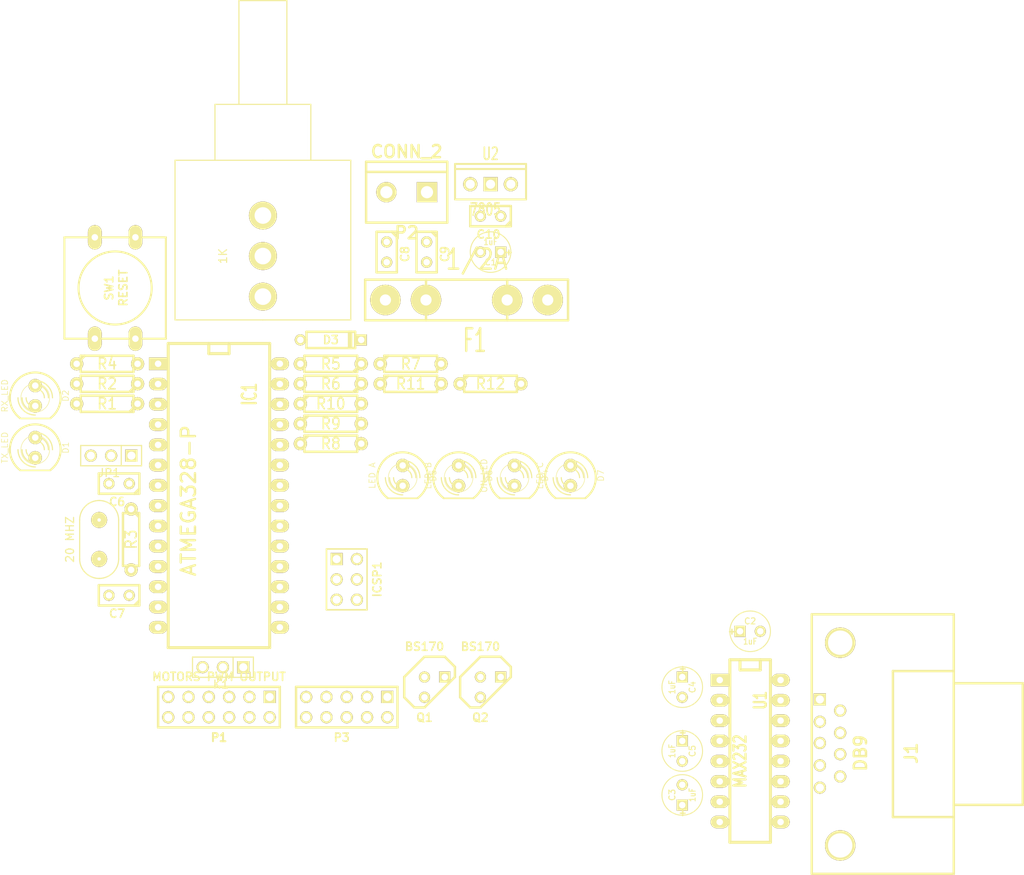
<source format=kicad_pcb>
(kicad_pcb (version 3) (host pcbnew "(2013-07-07 BZR 4022)-stable")

  (general
    (links 107)
    (no_connects 107)
    (area 0 0 0 0)
    (thickness 1.6)
    (drawings 0)
    (tracks 0)
    (zones 0)
    (modules 45)
    (nets 44)
  )

  (page A3)
  (layers
    (15 F.Cu signal)
    (0 B.Cu signal)
    (16 B.Adhes user)
    (17 F.Adhes user)
    (18 B.Paste user)
    (19 F.Paste user)
    (20 B.SilkS user)
    (21 F.SilkS user)
    (22 B.Mask user)
    (23 F.Mask user)
    (24 Dwgs.User user)
    (25 Cmts.User user)
    (26 Eco1.User user)
    (27 Eco2.User user)
    (28 Edge.Cuts user)
  )

  (setup
    (last_trace_width 0.254)
    (trace_clearance 0.254)
    (zone_clearance 0.508)
    (zone_45_only no)
    (trace_min 0.254)
    (segment_width 0.2)
    (edge_width 0.15)
    (via_size 0.889)
    (via_drill 0.635)
    (via_min_size 0.889)
    (via_min_drill 0.508)
    (uvia_size 0.508)
    (uvia_drill 0.127)
    (uvias_allowed no)
    (uvia_min_size 0.508)
    (uvia_min_drill 0.127)
    (pcb_text_width 0.3)
    (pcb_text_size 1.5 1.5)
    (mod_edge_width 0.15)
    (mod_text_size 1.5 1.5)
    (mod_text_width 0.15)
    (pad_size 1.524 1.524)
    (pad_drill 0.762)
    (pad_to_mask_clearance 0.2)
    (aux_axis_origin 0 0)
    (visible_elements FFFE7BBF)
    (pcbplotparams
      (layerselection 3178497)
      (usegerberextensions true)
      (excludeedgelayer true)
      (linewidth 0.100000)
      (plotframeref false)
      (viasonmask false)
      (mode 1)
      (useauxorigin false)
      (hpglpennumber 1)
      (hpglpenspeed 20)
      (hpglpendiameter 15)
      (hpglpenoverlay 2)
      (psnegative false)
      (psa4output false)
      (plotreference true)
      (plotvalue true)
      (plotothertext true)
      (plotinvisibletext false)
      (padsonsilk false)
      (subtractmaskfromsilk false)
      (outputformat 1)
      (mirror false)
      (drillshape 1)
      (scaleselection 1)
      (outputdirectory ""))
  )

  (net 0 "")
  (net 1 +12V)
  (net 2 +2.5V)
  (net 3 +5V)
  (net 4 /DEBUG)
  (net 5 /LA)
  (net 6 /LB)
  (net 7 /LC)
  (net 8 /MISO)
  (net 9 /MOSI)
  (net 10 /PWM1)
  (net 11 /PWM2)
  (net 12 /PWM3)
  (net 13 /PWM4)
  (net 14 /RESET)
  (net 15 /RX)
  (net 16 /SCK)
  (net 17 /SCL)
  (net 18 /SDA)
  (net 19 /SP)
  (net 20 /TX)
  (net 21 /XTAL1)
  (net 22 /XTAL2)
  (net 23 GND)
  (net 24 N-0000012)
  (net 25 N-0000015)
  (net 26 N-0000017)
  (net 27 N-0000018)
  (net 28 N-0000019)
  (net 29 N-0000027)
  (net 30 N-0000028)
  (net 31 N-0000031)
  (net 32 N-0000032)
  (net 33 N-0000033)
  (net 34 N-0000045)
  (net 35 N-0000046)
  (net 36 N-0000052)
  (net 37 N-0000053)
  (net 38 N-0000054)
  (net 39 N-0000055)
  (net 40 N-0000056)
  (net 41 N-0000057)
  (net 42 N-0000058)
  (net 43 N-0000059)

  (net_class Default "This is the default net class."
    (clearance 0.254)
    (trace_width 0.254)
    (via_dia 0.889)
    (via_drill 0.635)
    (uvia_dia 0.508)
    (uvia_drill 0.127)
    (add_net "")
    (add_net +12V)
    (add_net +2.5V)
    (add_net +5V)
    (add_net /DEBUG)
    (add_net /LA)
    (add_net /LB)
    (add_net /LC)
    (add_net /MISO)
    (add_net /MOSI)
    (add_net /PWM1)
    (add_net /PWM2)
    (add_net /PWM3)
    (add_net /PWM4)
    (add_net /RESET)
    (add_net /RX)
    (add_net /SCK)
    (add_net /SCL)
    (add_net /SDA)
    (add_net /SP)
    (add_net /TX)
    (add_net /XTAL1)
    (add_net /XTAL2)
    (add_net GND)
    (add_net N-0000012)
    (add_net N-0000015)
    (add_net N-0000017)
    (add_net N-0000018)
    (add_net N-0000019)
    (add_net N-0000027)
    (add_net N-0000028)
    (add_net N-0000031)
    (add_net N-0000032)
    (add_net N-0000033)
    (add_net N-0000045)
    (add_net N-0000046)
    (add_net N-0000052)
    (add_net N-0000053)
    (add_net N-0000054)
    (add_net N-0000055)
    (add_net N-0000056)
    (add_net N-0000057)
    (add_net N-0000058)
    (add_net N-0000059)
  )

  (module xtal (layer F.Cu) (tedit 55AED56F) (tstamp 55AEE00D)
    (at 64 96.5 90)
    (path /54531798)
    (fp_text reference X1 (at 0 1.22 90) (layer F.SilkS) hide
      (effects (font (size 1 1) (thickness 0.15)))
    )
    (fp_text value "20 MHZ" (at 0 -3.66 90) (layer F.SilkS)
      (effects (font (size 1 1) (thickness 0.15)))
    )
    (fp_arc (start -2.44 0) (end -2.44 2.44) (angle 90) (layer F.SilkS) (width 0.15))
    (fp_arc (start -2.44 0) (end -4.88 0) (angle 90) (layer F.SilkS) (width 0.15))
    (fp_arc (start 2.44 0) (end 4.88 0) (angle 90) (layer F.SilkS) (width 0.15))
    (fp_arc (start 2.44 0) (end 2.44 -2.44) (angle 90) (layer F.SilkS) (width 0.15))
    (fp_line (start -2.44 2.44) (end 2.44 2.44) (layer F.SilkS) (width 0.15))
    (fp_line (start 2.44 -2.44) (end -2.44 -2.44) (layer F.SilkS) (width 0.15))
    (pad 1 thru_hole circle (at -2.44 0 90) (size 2 2) (drill 0.43)
      (layers *.Cu *.Mask F.SilkS)
      (net 22 /XTAL2)
    )
    (pad 2 thru_hole circle (at 2.44 0 90) (size 2 2) (drill 0.43)
      (layers *.Cu *.Mask F.SilkS)
      (net 21 /XTAL1)
    )
  )

  (module TO92DGS (layer F.Cu) (tedit 4469CFF0) (tstamp 55AEE01C)
    (at 113 115)
    (descr "Transistor TO92 brochage type BC237")
    (tags "TR TO92")
    (path /54533006)
    (fp_text reference Q2 (at -1.27 3.81) (layer F.SilkS)
      (effects (font (size 1.016 1.016) (thickness 0.2032)))
    )
    (fp_text value BS170 (at -1.27 -5.08) (layer F.SilkS)
      (effects (font (size 1.016 1.016) (thickness 0.2032)))
    )
    (fp_line (start -1.27 2.54) (end 2.54 -1.27) (layer F.SilkS) (width 0.3048))
    (fp_line (start 2.54 -1.27) (end 2.54 -2.54) (layer F.SilkS) (width 0.3048))
    (fp_line (start 2.54 -2.54) (end 1.27 -3.81) (layer F.SilkS) (width 0.3048))
    (fp_line (start 1.27 -3.81) (end -1.27 -3.81) (layer F.SilkS) (width 0.3048))
    (fp_line (start -1.27 -3.81) (end -3.81 -1.27) (layer F.SilkS) (width 0.3048))
    (fp_line (start -3.81 -1.27) (end -3.81 1.27) (layer F.SilkS) (width 0.3048))
    (fp_line (start -3.81 1.27) (end -2.54 2.54) (layer F.SilkS) (width 0.3048))
    (fp_line (start -2.54 2.54) (end -1.27 2.54) (layer F.SilkS) (width 0.3048))
    (pad D thru_hole rect (at 1.27 -1.27) (size 1.397 1.397) (drill 0.8128)
      (layers *.Cu *.Mask F.SilkS)
      (net 17 /SCL)
    )
    (pad G thru_hole circle (at -1.27 -1.27) (size 1.397 1.397) (drill 0.8128)
      (layers *.Cu *.Mask F.SilkS)
      (net 2 +2.5V)
    )
    (pad S thru_hole circle (at -1.27 1.27) (size 1.397 1.397) (drill 0.8128)
      (layers *.Cu *.Mask F.SilkS)
      (net 29 N-0000027)
    )
    (model discret/to98.wrl
      (at (xyz 0 0 0))
      (scale (xyz 1 1 1))
      (rotate (xyz 0 0 0))
    )
  )

  (module TO92DGS (layer F.Cu) (tedit 4469CFF0) (tstamp 55AEE02B)
    (at 106 115)
    (descr "Transistor TO92 brochage type BC237")
    (tags "TR TO92")
    (path /54532FF9)
    (fp_text reference Q1 (at -1.27 3.81) (layer F.SilkS)
      (effects (font (size 1.016 1.016) (thickness 0.2032)))
    )
    (fp_text value BS170 (at -1.27 -5.08) (layer F.SilkS)
      (effects (font (size 1.016 1.016) (thickness 0.2032)))
    )
    (fp_line (start -1.27 2.54) (end 2.54 -1.27) (layer F.SilkS) (width 0.3048))
    (fp_line (start 2.54 -1.27) (end 2.54 -2.54) (layer F.SilkS) (width 0.3048))
    (fp_line (start 2.54 -2.54) (end 1.27 -3.81) (layer F.SilkS) (width 0.3048))
    (fp_line (start 1.27 -3.81) (end -1.27 -3.81) (layer F.SilkS) (width 0.3048))
    (fp_line (start -1.27 -3.81) (end -3.81 -1.27) (layer F.SilkS) (width 0.3048))
    (fp_line (start -3.81 -1.27) (end -3.81 1.27) (layer F.SilkS) (width 0.3048))
    (fp_line (start -3.81 1.27) (end -2.54 2.54) (layer F.SilkS) (width 0.3048))
    (fp_line (start -2.54 2.54) (end -1.27 2.54) (layer F.SilkS) (width 0.3048))
    (pad D thru_hole rect (at 1.27 -1.27) (size 1.397 1.397) (drill 0.8128)
      (layers *.Cu *.Mask F.SilkS)
      (net 18 /SDA)
    )
    (pad G thru_hole circle (at -1.27 -1.27) (size 1.397 1.397) (drill 0.8128)
      (layers *.Cu *.Mask F.SilkS)
      (net 2 +2.5V)
    )
    (pad S thru_hole circle (at -1.27 1.27) (size 1.397 1.397) (drill 0.8128)
      (layers *.Cu *.Mask F.SilkS)
      (net 30 N-0000028)
    )
    (model discret/to98.wrl
      (at (xyz 0 0 0))
      (scale (xyz 1 1 1))
      (rotate (xyz 0 0 0))
    )
  )

  (module SW_PUSH-12mm (layer F.Cu) (tedit 4C612761) (tstamp 55AEE038)
    (at 66 65 90)
    (path /54530819)
    (fp_text reference SW1 (at 0 -0.762 90) (layer F.SilkS)
      (effects (font (size 1.016 1.016) (thickness 0.2032)))
    )
    (fp_text value RESET (at 0 1.016 90) (layer F.SilkS)
      (effects (font (size 1.016 1.016) (thickness 0.2032)))
    )
    (fp_circle (center 0 0) (end 3.81 2.54) (layer F.SilkS) (width 0.254))
    (fp_line (start -6.35 -6.35) (end 6.35 -6.35) (layer F.SilkS) (width 0.254))
    (fp_line (start 6.35 -6.35) (end 6.35 6.35) (layer F.SilkS) (width 0.254))
    (fp_line (start 6.35 6.35) (end -6.35 6.35) (layer F.SilkS) (width 0.254))
    (fp_line (start -6.35 6.35) (end -6.35 -6.35) (layer F.SilkS) (width 0.254))
    (pad 1 thru_hole oval (at 6.35 -2.54 90) (size 3.048 1.7272) (drill 0.8128)
      (layers *.Cu *.Mask F.SilkS)
      (net 23 GND)
    )
    (pad 2 thru_hole oval (at 6.35 2.54 90) (size 3.048 1.7272) (drill 0.8128)
      (layers *.Cu *.Mask F.SilkS)
      (net 14 /RESET)
    )
    (pad 1 thru_hole oval (at -6.35 -2.54 90) (size 3.048 1.7272) (drill 0.8128)
      (layers *.Cu *.Mask F.SilkS)
      (net 23 GND)
    )
    (pad 2 thru_hole oval (at -6.35 2.54 90) (size 3.048 1.7272) (drill 0.8128)
      (layers *.Cu *.Mask F.SilkS)
      (net 14 /RESET)
    )
  )

  (module R3-LARGE_PADS (layer F.Cu) (tedit 47E26765) (tstamp 55AEE046)
    (at 103 74.5)
    (descr "Resitance 3 pas")
    (tags R)
    (path /54531D87)
    (autoplace_cost180 10)
    (fp_text reference R7 (at 0 0) (layer F.SilkS)
      (effects (font (size 1.397 1.27) (thickness 0.2032)))
    )
    (fp_text value 1k (at 0 0) (layer F.SilkS) hide
      (effects (font (size 1.397 1.27) (thickness 0.2032)))
    )
    (fp_line (start -3.81 0) (end -3.302 0) (layer F.SilkS) (width 0.3048))
    (fp_line (start 3.81 0) (end 3.302 0) (layer F.SilkS) (width 0.3048))
    (fp_line (start 3.302 0) (end 3.302 -1.016) (layer F.SilkS) (width 0.3048))
    (fp_line (start 3.302 -1.016) (end -3.302 -1.016) (layer F.SilkS) (width 0.3048))
    (fp_line (start -3.302 -1.016) (end -3.302 1.016) (layer F.SilkS) (width 0.3048))
    (fp_line (start -3.302 1.016) (end 3.302 1.016) (layer F.SilkS) (width 0.3048))
    (fp_line (start 3.302 1.016) (end 3.302 0) (layer F.SilkS) (width 0.3048))
    (fp_line (start -3.302 -0.508) (end -2.794 -1.016) (layer F.SilkS) (width 0.3048))
    (pad 1 thru_hole circle (at -3.81 0) (size 1.651 1.651) (drill 0.8128)
      (layers *.Cu *.Mask F.SilkS)
      (net 3 +5V)
    )
    (pad 2 thru_hole circle (at 3.81 0) (size 1.651 1.651) (drill 0.8128)
      (layers *.Cu *.Mask F.SilkS)
      (net 25 N-0000015)
    )
    (model discret/resistor.wrl
      (at (xyz 0 0 0))
      (scale (xyz 0.3 0.3 0.3))
      (rotate (xyz 0 0 0))
    )
  )

  (module R3-LARGE_PADS (layer F.Cu) (tedit 47E26765) (tstamp 55AEE054)
    (at 68 96.5 270)
    (descr "Resitance 3 pas")
    (tags R)
    (path /545316AE)
    (autoplace_cost180 10)
    (fp_text reference R3 (at 0 0 270) (layer F.SilkS)
      (effects (font (size 1.397 1.27) (thickness 0.2032)))
    )
    (fp_text value 1M (at 0 0 270) (layer F.SilkS) hide
      (effects (font (size 1.397 1.27) (thickness 0.2032)))
    )
    (fp_line (start -3.81 0) (end -3.302 0) (layer F.SilkS) (width 0.3048))
    (fp_line (start 3.81 0) (end 3.302 0) (layer F.SilkS) (width 0.3048))
    (fp_line (start 3.302 0) (end 3.302 -1.016) (layer F.SilkS) (width 0.3048))
    (fp_line (start 3.302 -1.016) (end -3.302 -1.016) (layer F.SilkS) (width 0.3048))
    (fp_line (start -3.302 -1.016) (end -3.302 1.016) (layer F.SilkS) (width 0.3048))
    (fp_line (start -3.302 1.016) (end 3.302 1.016) (layer F.SilkS) (width 0.3048))
    (fp_line (start 3.302 1.016) (end 3.302 0) (layer F.SilkS) (width 0.3048))
    (fp_line (start -3.302 -0.508) (end -2.794 -1.016) (layer F.SilkS) (width 0.3048))
    (pad 1 thru_hole circle (at -3.81 0 270) (size 1.651 1.651) (drill 0.8128)
      (layers *.Cu *.Mask F.SilkS)
      (net 21 /XTAL1)
    )
    (pad 2 thru_hole circle (at 3.81 0 270) (size 1.651 1.651) (drill 0.8128)
      (layers *.Cu *.Mask F.SilkS)
      (net 22 /XTAL2)
    )
    (model discret/resistor.wrl
      (at (xyz 0 0 0))
      (scale (xyz 0.3 0.3 0.3))
      (rotate (xyz 0 0 0))
    )
  )

  (module R3-LARGE_PADS (layer F.Cu) (tedit 47E26765) (tstamp 55AEE062)
    (at 65 74.5)
    (descr "Resitance 3 pas")
    (tags R)
    (path /5453057B)
    (autoplace_cost180 10)
    (fp_text reference R4 (at 0 0) (layer F.SilkS)
      (effects (font (size 1.397 1.27) (thickness 0.2032)))
    )
    (fp_text value 10k (at 0 0) (layer F.SilkS) hide
      (effects (font (size 1.397 1.27) (thickness 0.2032)))
    )
    (fp_line (start -3.81 0) (end -3.302 0) (layer F.SilkS) (width 0.3048))
    (fp_line (start 3.81 0) (end 3.302 0) (layer F.SilkS) (width 0.3048))
    (fp_line (start 3.302 0) (end 3.302 -1.016) (layer F.SilkS) (width 0.3048))
    (fp_line (start 3.302 -1.016) (end -3.302 -1.016) (layer F.SilkS) (width 0.3048))
    (fp_line (start -3.302 -1.016) (end -3.302 1.016) (layer F.SilkS) (width 0.3048))
    (fp_line (start -3.302 1.016) (end 3.302 1.016) (layer F.SilkS) (width 0.3048))
    (fp_line (start 3.302 1.016) (end 3.302 0) (layer F.SilkS) (width 0.3048))
    (fp_line (start -3.302 -0.508) (end -2.794 -1.016) (layer F.SilkS) (width 0.3048))
    (pad 1 thru_hole circle (at -3.81 0) (size 1.651 1.651) (drill 0.8128)
      (layers *.Cu *.Mask F.SilkS)
      (net 3 +5V)
    )
    (pad 2 thru_hole circle (at 3.81 0) (size 1.651 1.651) (drill 0.8128)
      (layers *.Cu *.Mask F.SilkS)
      (net 14 /RESET)
    )
    (model discret/resistor.wrl
      (at (xyz 0 0 0))
      (scale (xyz 0.3 0.3 0.3))
      (rotate (xyz 0 0 0))
    )
  )

  (module R3-LARGE_PADS (layer F.Cu) (tedit 47E26765) (tstamp 55AEE070)
    (at 65 77 180)
    (descr "Resitance 3 pas")
    (tags R)
    (path /54531E9B)
    (autoplace_cost180 10)
    (fp_text reference R2 (at 0 0 180) (layer F.SilkS)
      (effects (font (size 1.397 1.27) (thickness 0.2032)))
    )
    (fp_text value 1k (at 0 0 180) (layer F.SilkS) hide
      (effects (font (size 1.397 1.27) (thickness 0.2032)))
    )
    (fp_line (start -3.81 0) (end -3.302 0) (layer F.SilkS) (width 0.3048))
    (fp_line (start 3.81 0) (end 3.302 0) (layer F.SilkS) (width 0.3048))
    (fp_line (start 3.302 0) (end 3.302 -1.016) (layer F.SilkS) (width 0.3048))
    (fp_line (start 3.302 -1.016) (end -3.302 -1.016) (layer F.SilkS) (width 0.3048))
    (fp_line (start -3.302 -1.016) (end -3.302 1.016) (layer F.SilkS) (width 0.3048))
    (fp_line (start -3.302 1.016) (end 3.302 1.016) (layer F.SilkS) (width 0.3048))
    (fp_line (start 3.302 1.016) (end 3.302 0) (layer F.SilkS) (width 0.3048))
    (fp_line (start -3.302 -0.508) (end -2.794 -1.016) (layer F.SilkS) (width 0.3048))
    (pad 1 thru_hole circle (at -3.81 0 180) (size 1.651 1.651) (drill 0.8128)
      (layers *.Cu *.Mask F.SilkS)
      (net 15 /RX)
    )
    (pad 2 thru_hole circle (at 3.81 0 180) (size 1.651 1.651) (drill 0.8128)
      (layers *.Cu *.Mask F.SilkS)
      (net 42 N-0000058)
    )
    (model discret/resistor.wrl
      (at (xyz 0 0 0))
      (scale (xyz 0.3 0.3 0.3))
      (rotate (xyz 0 0 0))
    )
  )

  (module R3-LARGE_PADS (layer F.Cu) (tedit 47E26765) (tstamp 55AEE07E)
    (at 65 79.5 180)
    (descr "Resitance 3 pas")
    (tags R)
    (path /54531EA1)
    (autoplace_cost180 10)
    (fp_text reference R1 (at 0 0 180) (layer F.SilkS)
      (effects (font (size 1.397 1.27) (thickness 0.2032)))
    )
    (fp_text value 1k (at 0 0 180) (layer F.SilkS) hide
      (effects (font (size 1.397 1.27) (thickness 0.2032)))
    )
    (fp_line (start -3.81 0) (end -3.302 0) (layer F.SilkS) (width 0.3048))
    (fp_line (start 3.81 0) (end 3.302 0) (layer F.SilkS) (width 0.3048))
    (fp_line (start 3.302 0) (end 3.302 -1.016) (layer F.SilkS) (width 0.3048))
    (fp_line (start 3.302 -1.016) (end -3.302 -1.016) (layer F.SilkS) (width 0.3048))
    (fp_line (start -3.302 -1.016) (end -3.302 1.016) (layer F.SilkS) (width 0.3048))
    (fp_line (start -3.302 1.016) (end 3.302 1.016) (layer F.SilkS) (width 0.3048))
    (fp_line (start 3.302 1.016) (end 3.302 0) (layer F.SilkS) (width 0.3048))
    (fp_line (start -3.302 -0.508) (end -2.794 -1.016) (layer F.SilkS) (width 0.3048))
    (pad 1 thru_hole circle (at -3.81 0 180) (size 1.651 1.651) (drill 0.8128)
      (layers *.Cu *.Mask F.SilkS)
      (net 20 /TX)
    )
    (pad 2 thru_hole circle (at 3.81 0 180) (size 1.651 1.651) (drill 0.8128)
      (layers *.Cu *.Mask F.SilkS)
      (net 43 N-0000059)
    )
    (model discret/resistor.wrl
      (at (xyz 0 0 0))
      (scale (xyz 0.3 0.3 0.3))
      (rotate (xyz 0 0 0))
    )
  )

  (module R3-LARGE_PADS (layer F.Cu) (tedit 47E26765) (tstamp 55AEE08C)
    (at 93 77 180)
    (descr "Resitance 3 pas")
    (tags R)
    (path /545327A6)
    (autoplace_cost180 10)
    (fp_text reference R6 (at 0 0 180) (layer F.SilkS)
      (effects (font (size 1.397 1.27) (thickness 0.2032)))
    )
    (fp_text value 4.7k (at 0 0 180) (layer F.SilkS) hide
      (effects (font (size 1.397 1.27) (thickness 0.2032)))
    )
    (fp_line (start -3.81 0) (end -3.302 0) (layer F.SilkS) (width 0.3048))
    (fp_line (start 3.81 0) (end 3.302 0) (layer F.SilkS) (width 0.3048))
    (fp_line (start 3.302 0) (end 3.302 -1.016) (layer F.SilkS) (width 0.3048))
    (fp_line (start 3.302 -1.016) (end -3.302 -1.016) (layer F.SilkS) (width 0.3048))
    (fp_line (start -3.302 -1.016) (end -3.302 1.016) (layer F.SilkS) (width 0.3048))
    (fp_line (start -3.302 1.016) (end 3.302 1.016) (layer F.SilkS) (width 0.3048))
    (fp_line (start 3.302 1.016) (end 3.302 0) (layer F.SilkS) (width 0.3048))
    (fp_line (start -3.302 -0.508) (end -2.794 -1.016) (layer F.SilkS) (width 0.3048))
    (pad 1 thru_hole circle (at -3.81 0 180) (size 1.651 1.651) (drill 0.8128)
      (layers *.Cu *.Mask F.SilkS)
      (net 3 +5V)
    )
    (pad 2 thru_hole circle (at 3.81 0 180) (size 1.651 1.651) (drill 0.8128)
      (layers *.Cu *.Mask F.SilkS)
      (net 18 /SDA)
    )
    (model discret/resistor.wrl
      (at (xyz 0 0 0))
      (scale (xyz 0.3 0.3 0.3))
      (rotate (xyz 0 0 0))
    )
  )

  (module R3-LARGE_PADS (layer F.Cu) (tedit 47E26765) (tstamp 55AEE09A)
    (at 93 74.5 180)
    (descr "Resitance 3 pas")
    (tags R)
    (path /54532905)
    (autoplace_cost180 10)
    (fp_text reference R5 (at 0 0 180) (layer F.SilkS)
      (effects (font (size 1.397 1.27) (thickness 0.2032)))
    )
    (fp_text value 4.7k (at 0 0 180) (layer F.SilkS) hide
      (effects (font (size 1.397 1.27) (thickness 0.2032)))
    )
    (fp_line (start -3.81 0) (end -3.302 0) (layer F.SilkS) (width 0.3048))
    (fp_line (start 3.81 0) (end 3.302 0) (layer F.SilkS) (width 0.3048))
    (fp_line (start 3.302 0) (end 3.302 -1.016) (layer F.SilkS) (width 0.3048))
    (fp_line (start 3.302 -1.016) (end -3.302 -1.016) (layer F.SilkS) (width 0.3048))
    (fp_line (start -3.302 -1.016) (end -3.302 1.016) (layer F.SilkS) (width 0.3048))
    (fp_line (start -3.302 1.016) (end 3.302 1.016) (layer F.SilkS) (width 0.3048))
    (fp_line (start 3.302 1.016) (end 3.302 0) (layer F.SilkS) (width 0.3048))
    (fp_line (start -3.302 -0.508) (end -2.794 -1.016) (layer F.SilkS) (width 0.3048))
    (pad 1 thru_hole circle (at -3.81 0 180) (size 1.651 1.651) (drill 0.8128)
      (layers *.Cu *.Mask F.SilkS)
      (net 3 +5V)
    )
    (pad 2 thru_hole circle (at 3.81 0 180) (size 1.651 1.651) (drill 0.8128)
      (layers *.Cu *.Mask F.SilkS)
      (net 17 /SCL)
    )
    (model discret/resistor.wrl
      (at (xyz 0 0 0))
      (scale (xyz 0.3 0.3 0.3))
      (rotate (xyz 0 0 0))
    )
  )

  (module R3-LARGE_PADS (layer F.Cu) (tedit 47E26765) (tstamp 55AEE0A8)
    (at 93 84.5)
    (descr "Resitance 3 pas")
    (tags R)
    (path /559B35F2)
    (autoplace_cost180 10)
    (fp_text reference R8 (at 0 0) (layer F.SilkS)
      (effects (font (size 1.397 1.27) (thickness 0.2032)))
    )
    (fp_text value 1k (at 0 0) (layer F.SilkS) hide
      (effects (font (size 1.397 1.27) (thickness 0.2032)))
    )
    (fp_line (start -3.81 0) (end -3.302 0) (layer F.SilkS) (width 0.3048))
    (fp_line (start 3.81 0) (end 3.302 0) (layer F.SilkS) (width 0.3048))
    (fp_line (start 3.302 0) (end 3.302 -1.016) (layer F.SilkS) (width 0.3048))
    (fp_line (start 3.302 -1.016) (end -3.302 -1.016) (layer F.SilkS) (width 0.3048))
    (fp_line (start -3.302 -1.016) (end -3.302 1.016) (layer F.SilkS) (width 0.3048))
    (fp_line (start -3.302 1.016) (end 3.302 1.016) (layer F.SilkS) (width 0.3048))
    (fp_line (start 3.302 1.016) (end 3.302 0) (layer F.SilkS) (width 0.3048))
    (fp_line (start -3.302 -0.508) (end -2.794 -1.016) (layer F.SilkS) (width 0.3048))
    (pad 1 thru_hole circle (at -3.81 0) (size 1.651 1.651) (drill 0.8128)
      (layers *.Cu *.Mask F.SilkS)
      (net 5 /LA)
    )
    (pad 2 thru_hole circle (at 3.81 0) (size 1.651 1.651) (drill 0.8128)
      (layers *.Cu *.Mask F.SilkS)
      (net 28 N-0000019)
    )
    (model discret/resistor.wrl
      (at (xyz 0 0 0))
      (scale (xyz 0.3 0.3 0.3))
      (rotate (xyz 0 0 0))
    )
  )

  (module R3-LARGE_PADS (layer F.Cu) (tedit 47E26765) (tstamp 55AEE0B6)
    (at 93 82)
    (descr "Resitance 3 pas")
    (tags R)
    (path /559B3600)
    (autoplace_cost180 10)
    (fp_text reference R9 (at 0 0) (layer F.SilkS)
      (effects (font (size 1.397 1.27) (thickness 0.2032)))
    )
    (fp_text value 1k (at 0 0) (layer F.SilkS) hide
      (effects (font (size 1.397 1.27) (thickness 0.2032)))
    )
    (fp_line (start -3.81 0) (end -3.302 0) (layer F.SilkS) (width 0.3048))
    (fp_line (start 3.81 0) (end 3.302 0) (layer F.SilkS) (width 0.3048))
    (fp_line (start 3.302 0) (end 3.302 -1.016) (layer F.SilkS) (width 0.3048))
    (fp_line (start 3.302 -1.016) (end -3.302 -1.016) (layer F.SilkS) (width 0.3048))
    (fp_line (start -3.302 -1.016) (end -3.302 1.016) (layer F.SilkS) (width 0.3048))
    (fp_line (start -3.302 1.016) (end 3.302 1.016) (layer F.SilkS) (width 0.3048))
    (fp_line (start 3.302 1.016) (end 3.302 0) (layer F.SilkS) (width 0.3048))
    (fp_line (start -3.302 -0.508) (end -2.794 -1.016) (layer F.SilkS) (width 0.3048))
    (pad 1 thru_hole circle (at -3.81 0) (size 1.651 1.651) (drill 0.8128)
      (layers *.Cu *.Mask F.SilkS)
      (net 6 /LB)
    )
    (pad 2 thru_hole circle (at 3.81 0) (size 1.651 1.651) (drill 0.8128)
      (layers *.Cu *.Mask F.SilkS)
      (net 27 N-0000018)
    )
    (model discret/resistor.wrl
      (at (xyz 0 0 0))
      (scale (xyz 0.3 0.3 0.3))
      (rotate (xyz 0 0 0))
    )
  )

  (module R3-LARGE_PADS (layer F.Cu) (tedit 47E26765) (tstamp 55AEE0C4)
    (at 93 79.5)
    (descr "Resitance 3 pas")
    (tags R)
    (path /559B3606)
    (autoplace_cost180 10)
    (fp_text reference R10 (at 0 0) (layer F.SilkS)
      (effects (font (size 1.397 1.27) (thickness 0.2032)))
    )
    (fp_text value 1k (at 0 0) (layer F.SilkS) hide
      (effects (font (size 1.397 1.27) (thickness 0.2032)))
    )
    (fp_line (start -3.81 0) (end -3.302 0) (layer F.SilkS) (width 0.3048))
    (fp_line (start 3.81 0) (end 3.302 0) (layer F.SilkS) (width 0.3048))
    (fp_line (start 3.302 0) (end 3.302 -1.016) (layer F.SilkS) (width 0.3048))
    (fp_line (start 3.302 -1.016) (end -3.302 -1.016) (layer F.SilkS) (width 0.3048))
    (fp_line (start -3.302 -1.016) (end -3.302 1.016) (layer F.SilkS) (width 0.3048))
    (fp_line (start -3.302 1.016) (end 3.302 1.016) (layer F.SilkS) (width 0.3048))
    (fp_line (start 3.302 1.016) (end 3.302 0) (layer F.SilkS) (width 0.3048))
    (fp_line (start -3.302 -0.508) (end -2.794 -1.016) (layer F.SilkS) (width 0.3048))
    (pad 1 thru_hole circle (at -3.81 0) (size 1.651 1.651) (drill 0.8128)
      (layers *.Cu *.Mask F.SilkS)
      (net 7 /LC)
    )
    (pad 2 thru_hole circle (at 3.81 0) (size 1.651 1.651) (drill 0.8128)
      (layers *.Cu *.Mask F.SilkS)
      (net 26 N-0000017)
    )
    (model discret/resistor.wrl
      (at (xyz 0 0 0))
      (scale (xyz 0.3 0.3 0.3))
      (rotate (xyz 0 0 0))
    )
  )

  (module R3-LARGE_PADS (layer F.Cu) (tedit 47E26765) (tstamp 55AEE0D2)
    (at 113 77)
    (descr "Resitance 3 pas")
    (tags R)
    (path /55A54BFD)
    (autoplace_cost180 10)
    (fp_text reference R12 (at 0 0) (layer F.SilkS)
      (effects (font (size 1.397 1.27) (thickness 0.2032)))
    )
    (fp_text value 4.7K (at 0 0) (layer F.SilkS) hide
      (effects (font (size 1.397 1.27) (thickness 0.2032)))
    )
    (fp_line (start -3.81 0) (end -3.302 0) (layer F.SilkS) (width 0.3048))
    (fp_line (start 3.81 0) (end 3.302 0) (layer F.SilkS) (width 0.3048))
    (fp_line (start 3.302 0) (end 3.302 -1.016) (layer F.SilkS) (width 0.3048))
    (fp_line (start 3.302 -1.016) (end -3.302 -1.016) (layer F.SilkS) (width 0.3048))
    (fp_line (start -3.302 -1.016) (end -3.302 1.016) (layer F.SilkS) (width 0.3048))
    (fp_line (start -3.302 1.016) (end 3.302 1.016) (layer F.SilkS) (width 0.3048))
    (fp_line (start 3.302 1.016) (end 3.302 0) (layer F.SilkS) (width 0.3048))
    (fp_line (start -3.302 -0.508) (end -2.794 -1.016) (layer F.SilkS) (width 0.3048))
    (pad 1 thru_hole circle (at -3.81 0) (size 1.651 1.651) (drill 0.8128)
      (layers *.Cu *.Mask F.SilkS)
      (net 2 +2.5V)
    )
    (pad 2 thru_hole circle (at 3.81 0) (size 1.651 1.651) (drill 0.8128)
      (layers *.Cu *.Mask F.SilkS)
      (net 23 GND)
    )
    (model discret/resistor.wrl
      (at (xyz 0 0 0))
      (scale (xyz 0.3 0.3 0.3))
      (rotate (xyz 0 0 0))
    )
  )

  (module R3-LARGE_PADS (layer F.Cu) (tedit 47E26765) (tstamp 55AEE0E0)
    (at 103 77)
    (descr "Resitance 3 pas")
    (tags R)
    (path /55A54C08)
    (autoplace_cost180 10)
    (fp_text reference R11 (at 0 0) (layer F.SilkS)
      (effects (font (size 1.397 1.27) (thickness 0.2032)))
    )
    (fp_text value 4.7K (at 0 0) (layer F.SilkS) hide
      (effects (font (size 1.397 1.27) (thickness 0.2032)))
    )
    (fp_line (start -3.81 0) (end -3.302 0) (layer F.SilkS) (width 0.3048))
    (fp_line (start 3.81 0) (end 3.302 0) (layer F.SilkS) (width 0.3048))
    (fp_line (start 3.302 0) (end 3.302 -1.016) (layer F.SilkS) (width 0.3048))
    (fp_line (start 3.302 -1.016) (end -3.302 -1.016) (layer F.SilkS) (width 0.3048))
    (fp_line (start -3.302 -1.016) (end -3.302 1.016) (layer F.SilkS) (width 0.3048))
    (fp_line (start -3.302 1.016) (end 3.302 1.016) (layer F.SilkS) (width 0.3048))
    (fp_line (start 3.302 1.016) (end 3.302 0) (layer F.SilkS) (width 0.3048))
    (fp_line (start -3.302 -0.508) (end -2.794 -1.016) (layer F.SilkS) (width 0.3048))
    (pad 1 thru_hole circle (at -3.81 0) (size 1.651 1.651) (drill 0.8128)
      (layers *.Cu *.Mask F.SilkS)
      (net 3 +5V)
    )
    (pad 2 thru_hole circle (at 3.81 0) (size 1.651 1.651) (drill 0.8128)
      (layers *.Cu *.Mask F.SilkS)
      (net 2 +2.5V)
    )
    (model discret/resistor.wrl
      (at (xyz 0 0 0))
      (scale (xyz 0.3 0.3 0.3))
      (rotate (xyz 0 0 0))
    )
  )

  (module Pote10Vueltas (layer F.Cu) (tedit 55AED6E2) (tstamp 55AEE0F4)
    (at 84.5 61 90)
    (path /5599F414)
    (fp_text reference RV1 (at 0 6 90) (layer F.SilkS) hide
      (effects (font (size 1 1) (thickness 0.15)))
    )
    (fp_text value 1K (at 0 -5 90) (layer F.SilkS)
      (effects (font (size 1 1) (thickness 0.15)))
    )
    (fp_line (start 19 -3) (end 32 -3) (layer F.SilkS) (width 0.15))
    (fp_line (start 32 -3) (end 32 3) (layer F.SilkS) (width 0.15))
    (fp_line (start 32 3) (end 19 3) (layer F.SilkS) (width 0.15))
    (fp_line (start 19 -6) (end 19 6) (layer F.SilkS) (width 0.15))
    (fp_line (start 19 6) (end 12 6) (layer F.SilkS) (width 0.15))
    (fp_line (start 19 -6) (end 17 -6) (layer F.SilkS) (width 0.15))
    (fp_line (start 12 -6) (end 17 -6) (layer F.SilkS) (width 0.15))
    (fp_line (start -8 0) (end -8 -11) (layer F.SilkS) (width 0.15))
    (fp_line (start -8 -11) (end 12 -11) (layer F.SilkS) (width 0.15))
    (fp_line (start -8 0) (end -8 11) (layer F.SilkS) (width 0.15))
    (fp_line (start -8 11) (end 12 11) (layer F.SilkS) (width 0.15))
    (fp_line (start 12 0) (end 12 11) (layer F.SilkS) (width 0.15))
    (fp_line (start 12 0) (end 12 -11) (layer F.SilkS) (width 0.15))
    (pad 2 thru_hole circle (at -5.08 0 90) (size 3.5 3.5) (drill 2.08)
      (layers *.Cu *.Mask F.SilkS)
      (net 19 /SP)
    )
    (pad 1 thru_hole circle (at 0 0 90) (size 3.5 3.5) (drill 2.08)
      (layers *.Cu *.Mask F.SilkS)
      (net 3 +5V)
    )
    (pad 3 thru_hole circle (at 5.08 0 90) (size 3.5 3.5) (drill 2.08)
      (layers *.Cu *.Mask F.SilkS)
      (net 23 GND)
    )
  )

  (module pin_array_6x2 (layer F.Cu) (tedit 3FB38A8B) (tstamp 55AEE108)
    (at 79 117.5 180)
    (descr "Double rangee de contacts 2 x 6 pins")
    (tags CONN)
    (path /54530F3A)
    (fp_text reference P1 (at 0 -3.81 180) (layer F.SilkS)
      (effects (font (size 1.016 1.016) (thickness 0.27432)))
    )
    (fp_text value "MOTORS PWM OUTPUT" (at 0 3.81 180) (layer F.SilkS)
      (effects (font (size 1.016 1.016) (thickness 0.2032)))
    )
    (fp_line (start -7.62 -2.54) (end 7.62 -2.54) (layer F.SilkS) (width 0.3048))
    (fp_line (start 7.62 -2.54) (end 7.62 2.54) (layer F.SilkS) (width 0.3048))
    (fp_line (start 7.62 2.54) (end -7.62 2.54) (layer F.SilkS) (width 0.3048))
    (fp_line (start -7.62 2.54) (end -7.62 -2.54) (layer F.SilkS) (width 0.3048))
    (pad 1 thru_hole rect (at -6.35 1.27 180) (size 1.524 1.524) (drill 1.016)
      (layers *.Cu *.Mask F.SilkS)
      (net 23 GND)
    )
    (pad 2 thru_hole circle (at -6.35 -1.27 180) (size 1.524 1.524) (drill 1.016)
      (layers *.Cu *.Mask F.SilkS)
      (net 3 +5V)
    )
    (pad 3 thru_hole circle (at -3.81 1.27 180) (size 1.524 1.524) (drill 1.016)
      (layers *.Cu *.Mask F.SilkS)
      (net 10 /PWM1)
    )
    (pad 4 thru_hole circle (at -3.81 -1.27 180) (size 1.524 1.524) (drill 1.016)
      (layers *.Cu *.Mask F.SilkS)
      (net 23 GND)
    )
    (pad 5 thru_hole circle (at -1.27 1.27 180) (size 1.524 1.524) (drill 1.016)
      (layers *.Cu *.Mask F.SilkS)
      (net 3 +5V)
    )
    (pad 6 thru_hole circle (at -1.27 -1.27 180) (size 1.524 1.524) (drill 1.016)
      (layers *.Cu *.Mask F.SilkS)
      (net 11 /PWM2)
    )
    (pad 7 thru_hole circle (at 1.27 1.27 180) (size 1.524 1.524) (drill 1.016)
      (layers *.Cu *.Mask F.SilkS)
      (net 23 GND)
    )
    (pad 8 thru_hole circle (at 1.27 -1.27 180) (size 1.524 1.524) (drill 1.016)
      (layers *.Cu *.Mask F.SilkS)
      (net 3 +5V)
    )
    (pad 9 thru_hole circle (at 3.81 1.27 180) (size 1.524 1.524) (drill 1.016)
      (layers *.Cu *.Mask F.SilkS)
      (net 12 /PWM3)
    )
    (pad 10 thru_hole circle (at 3.81 -1.27 180) (size 1.524 1.524) (drill 1.016)
      (layers *.Cu *.Mask F.SilkS)
      (net 23 GND)
    )
    (pad 11 thru_hole circle (at 6.35 1.27 180) (size 1.524 1.524) (drill 1.016)
      (layers *.Cu *.Mask F.SilkS)
      (net 3 +5V)
    )
    (pad 12 thru_hole circle (at 6.35 -1.27 180) (size 1.524 1.524) (drill 1.016)
      (layers *.Cu *.Mask F.SilkS)
      (net 13 /PWM4)
    )
    (model pin_array/pins_array_6x2.wrl
      (at (xyz 0 0 0))
      (scale (xyz 1 1 1))
      (rotate (xyz 0 0 0))
    )
  )

  (module PIN_ARRAY_5x2 (layer F.Cu) (tedit 3FCF2109) (tstamp 55AEE11A)
    (at 95 117.5 180)
    (descr "Double rangee de contacts 2 x 5 pins")
    (tags CONN)
    (path /55A55523)
    (fp_text reference P3 (at 0.635 -3.81 180) (layer F.SilkS)
      (effects (font (size 1.016 1.016) (thickness 0.2032)))
    )
    (fp_text value CONN_SENSORES (at 0 -3.81 180) (layer F.SilkS) hide
      (effects (font (size 1.016 1.016) (thickness 0.2032)))
    )
    (fp_line (start -6.35 -2.54) (end 6.35 -2.54) (layer F.SilkS) (width 0.3048))
    (fp_line (start 6.35 -2.54) (end 6.35 2.54) (layer F.SilkS) (width 0.3048))
    (fp_line (start 6.35 2.54) (end -6.35 2.54) (layer F.SilkS) (width 0.3048))
    (fp_line (start -6.35 2.54) (end -6.35 -2.54) (layer F.SilkS) (width 0.3048))
    (pad 1 thru_hole rect (at -5.08 1.27 180) (size 1.524 1.524) (drill 1.016)
      (layers *.Cu *.Mask F.SilkS)
      (net 30 N-0000028)
    )
    (pad 2 thru_hole circle (at -5.08 -1.27 180) (size 1.524 1.524) (drill 1.016)
      (layers *.Cu *.Mask F.SilkS)
      (net 29 N-0000027)
    )
    (pad 3 thru_hole circle (at -2.54 1.27 180) (size 1.524 1.524) (drill 1.016)
      (layers *.Cu *.Mask F.SilkS)
    )
    (pad 4 thru_hole circle (at -2.54 -1.27 180) (size 1.524 1.524) (drill 1.016)
      (layers *.Cu *.Mask F.SilkS)
    )
    (pad 5 thru_hole circle (at 0 1.27 180) (size 1.524 1.524) (drill 1.016)
      (layers *.Cu *.Mask F.SilkS)
    )
    (pad 6 thru_hole circle (at 0 -1.27 180) (size 1.524 1.524) (drill 1.016)
      (layers *.Cu *.Mask F.SilkS)
    )
    (pad 7 thru_hole circle (at 2.54 1.27 180) (size 1.524 1.524) (drill 1.016)
      (layers *.Cu *.Mask F.SilkS)
    )
    (pad 8 thru_hole circle (at 2.54 -1.27 180) (size 1.524 1.524) (drill 1.016)
      (layers *.Cu *.Mask F.SilkS)
    )
    (pad 9 thru_hole circle (at 5.08 1.27 180) (size 1.524 1.524) (drill 1.016)
      (layers *.Cu *.Mask F.SilkS)
      (net 23 GND)
    )
    (pad 10 thru_hole circle (at 5.08 -1.27 180) (size 1.524 1.524) (drill 1.016)
      (layers *.Cu *.Mask F.SilkS)
      (net 3 +5V)
    )
    (model pin_array/pins_array_5x2.wrl
      (at (xyz 0 0 0))
      (scale (xyz 1 1 1))
      (rotate (xyz 0 0 0))
    )
  )

  (module pin_array_3x2 (layer F.Cu) (tedit 42931587) (tstamp 55AEE128)
    (at 95 101.5 270)
    (descr "Double rangee de contacts 2 x 4 pins")
    (tags CONN)
    (path /5451A95C)
    (fp_text reference ICSP1 (at 0 -3.81 270) (layer F.SilkS)
      (effects (font (size 1.016 1.016) (thickness 0.2032)))
    )
    (fp_text value CONN_3X2 (at 0 3.81 270) (layer F.SilkS) hide
      (effects (font (size 1.016 1.016) (thickness 0.2032)))
    )
    (fp_line (start 3.81 2.54) (end -3.81 2.54) (layer F.SilkS) (width 0.2032))
    (fp_line (start -3.81 -2.54) (end 3.81 -2.54) (layer F.SilkS) (width 0.2032))
    (fp_line (start 3.81 -2.54) (end 3.81 2.54) (layer F.SilkS) (width 0.2032))
    (fp_line (start -3.81 2.54) (end -3.81 -2.54) (layer F.SilkS) (width 0.2032))
    (pad 1 thru_hole rect (at -2.54 1.27 270) (size 1.524 1.524) (drill 1.016)
      (layers *.Cu *.Mask F.SilkS)
      (net 8 /MISO)
    )
    (pad 2 thru_hole circle (at -2.54 -1.27 270) (size 1.524 1.524) (drill 1.016)
      (layers *.Cu *.Mask F.SilkS)
      (net 3 +5V)
    )
    (pad 3 thru_hole circle (at 0 1.27 270) (size 1.524 1.524) (drill 1.016)
      (layers *.Cu *.Mask F.SilkS)
      (net 16 /SCK)
    )
    (pad 4 thru_hole circle (at 0 -1.27 270) (size 1.524 1.524) (drill 1.016)
      (layers *.Cu *.Mask F.SilkS)
      (net 9 /MOSI)
    )
    (pad 5 thru_hole circle (at 2.54 1.27 270) (size 1.524 1.524) (drill 1.016)
      (layers *.Cu *.Mask F.SilkS)
      (net 14 /RESET)
    )
    (pad 6 thru_hole circle (at 2.54 -1.27 270) (size 1.524 1.524) (drill 1.016)
      (layers *.Cu *.Mask F.SilkS)
      (net 23 GND)
    )
    (model pin_array/pins_array_3x2.wrl
      (at (xyz 0 0 0))
      (scale (xyz 1 1 1))
      (rotate (xyz 0 0 0))
    )
  )

  (module PIN_ARRAY_3X1 (layer F.Cu) (tedit 4C1130E0) (tstamp 55AEE134)
    (at 79.5 112.5 180)
    (descr "Connecteur 3 pins")
    (tags "CONN DEV")
    (path /5453377C)
    (fp_text reference K1 (at 0.254 -2.159 180) (layer F.SilkS)
      (effects (font (size 1.016 1.016) (thickness 0.1524)))
    )
    (fp_text value AUX_PINS (at 0 -2.159 180) (layer F.SilkS) hide
      (effects (font (size 1.016 1.016) (thickness 0.1524)))
    )
    (fp_line (start -3.81 1.27) (end -3.81 -1.27) (layer F.SilkS) (width 0.1524))
    (fp_line (start -3.81 -1.27) (end 3.81 -1.27) (layer F.SilkS) (width 0.1524))
    (fp_line (start 3.81 -1.27) (end 3.81 1.27) (layer F.SilkS) (width 0.1524))
    (fp_line (start 3.81 1.27) (end -3.81 1.27) (layer F.SilkS) (width 0.1524))
    (fp_line (start -1.27 -1.27) (end -1.27 1.27) (layer F.SilkS) (width 0.1524))
    (pad 1 thru_hole rect (at -2.54 0 180) (size 1.524 1.524) (drill 1.016)
      (layers *.Cu *.Mask F.SilkS)
      (net 31 N-0000031)
    )
    (pad 2 thru_hole circle (at 0 0 180) (size 1.524 1.524) (drill 1.016)
      (layers *.Cu *.Mask F.SilkS)
      (net 32 N-0000032)
    )
    (pad 3 thru_hole circle (at 2.54 0 180) (size 1.524 1.524) (drill 1.016)
      (layers *.Cu *.Mask F.SilkS)
      (net 33 N-0000033)
    )
    (model pin_array/pins_array_3x1.wrl
      (at (xyz 0 0 0))
      (scale (xyz 1 1 1))
      (rotate (xyz 0 0 0))
    )
  )

  (module PIN_ARRAY_3X1 (layer F.Cu) (tedit 4C1130E0) (tstamp 55AEE140)
    (at 65.5 86 180)
    (descr "Connecteur 3 pins")
    (tags "CONN DEV")
    (path /5451B049)
    (fp_text reference JP1 (at 0.254 -2.159 180) (layer F.SilkS)
      (effects (font (size 1.016 1.016) (thickness 0.1524)))
    )
    (fp_text value "DEBUG MODE SW" (at 0 -2.159 180) (layer F.SilkS) hide
      (effects (font (size 1.016 1.016) (thickness 0.1524)))
    )
    (fp_line (start -3.81 1.27) (end -3.81 -1.27) (layer F.SilkS) (width 0.1524))
    (fp_line (start -3.81 -1.27) (end 3.81 -1.27) (layer F.SilkS) (width 0.1524))
    (fp_line (start 3.81 -1.27) (end 3.81 1.27) (layer F.SilkS) (width 0.1524))
    (fp_line (start 3.81 1.27) (end -3.81 1.27) (layer F.SilkS) (width 0.1524))
    (fp_line (start -1.27 -1.27) (end -1.27 1.27) (layer F.SilkS) (width 0.1524))
    (pad 1 thru_hole rect (at -2.54 0 180) (size 1.524 1.524) (drill 1.016)
      (layers *.Cu *.Mask F.SilkS)
      (net 3 +5V)
    )
    (pad 2 thru_hole circle (at 0 0 180) (size 1.524 1.524) (drill 1.016)
      (layers *.Cu *.Mask F.SilkS)
      (net 4 /DEBUG)
    )
    (pad 3 thru_hole circle (at 2.54 0 180) (size 1.524 1.524) (drill 1.016)
      (layers *.Cu *.Mask F.SilkS)
      (net 23 GND)
    )
    (model pin_array/pins_array_3x1.wrl
      (at (xyz 0 0 0))
      (scale (xyz 1 1 1))
      (rotate (xyz 0 0 0))
    )
  )

  (module LM78XXV (layer F.Cu) (tedit 4C5EE157) (tstamp 55AEE14E)
    (at 113 52 90)
    (descr "Regulateur TO220 serie LM78xx")
    (tags "TR TO220")
    (path /5451A813)
    (fp_text reference U2 (at 3.81 0 180) (layer F.SilkS)
      (effects (font (size 1.524 1.016) (thickness 0.2032)))
    )
    (fp_text value 7805 (at -3.175 -0.635 180) (layer F.SilkS)
      (effects (font (size 1.524 1.016) (thickness 0.2032)))
    )
    (fp_line (start 1.905 -4.445) (end 2.54 -4.445) (layer F.SilkS) (width 0.254))
    (fp_line (start 2.54 -4.445) (end 2.54 4.445) (layer F.SilkS) (width 0.254))
    (fp_line (start 2.54 4.445) (end 1.905 4.445) (layer F.SilkS) (width 0.254))
    (fp_line (start -1.905 -4.445) (end 1.905 -4.445) (layer F.SilkS) (width 0.254))
    (fp_line (start 1.905 -4.445) (end 1.905 4.445) (layer F.SilkS) (width 0.254))
    (fp_line (start 1.905 4.445) (end -1.905 4.445) (layer F.SilkS) (width 0.254))
    (fp_line (start -1.905 4.445) (end -1.905 -4.445) (layer F.SilkS) (width 0.254))
    (pad VI thru_hole circle (at 0 -2.54 90) (size 1.778 1.778) (drill 1.143)
      (layers *.Cu *.Mask F.SilkS)
      (net 1 +12V)
    )
    (pad GND thru_hole rect (at 0 0 90) (size 1.778 1.778) (drill 1.143)
      (layers *.Cu *.Mask F.SilkS)
      (net 23 GND)
    )
    (pad VO thru_hole circle (at 0 2.54 90) (size 1.778 1.778) (drill 1.143)
      (layers *.Cu *.Mask F.SilkS)
      (net 24 N-0000012)
    )
  )

  (module LED-5MM (layer F.Cu) (tedit 50ADE86B) (tstamp 55AEE15D)
    (at 56 85 270)
    (descr "LED 5mm - Lead pitch 100mil (2,54mm)")
    (tags "LED led 5mm 5MM 100mil 2,54mm")
    (path /54531F38)
    (fp_text reference D1 (at 0 -3.81 270) (layer F.SilkS)
      (effects (font (size 0.762 0.762) (thickness 0.0889)))
    )
    (fp_text value TX_LED (at 0 3.81 270) (layer F.SilkS)
      (effects (font (size 0.762 0.762) (thickness 0.0889)))
    )
    (fp_line (start 2.8448 1.905) (end 2.8448 -1.905) (layer F.SilkS) (width 0.2032))
    (fp_circle (center 0.254 0) (end -1.016 1.27) (layer F.SilkS) (width 0.0762))
    (fp_arc (start 0.254 0) (end 2.794 1.905) (angle 286.2) (layer F.SilkS) (width 0.254))
    (fp_arc (start 0.254 0) (end -0.889 0) (angle 90) (layer F.SilkS) (width 0.1524))
    (fp_arc (start 0.254 0) (end 1.397 0) (angle 90) (layer F.SilkS) (width 0.1524))
    (fp_arc (start 0.254 0) (end -1.397 0) (angle 90) (layer F.SilkS) (width 0.1524))
    (fp_arc (start 0.254 0) (end 1.905 0) (angle 90) (layer F.SilkS) (width 0.1524))
    (fp_arc (start 0.254 0) (end -1.905 0) (angle 90) (layer F.SilkS) (width 0.1524))
    (fp_arc (start 0.254 0) (end 2.413 0) (angle 90) (layer F.SilkS) (width 0.1524))
    (pad 1 thru_hole circle (at -1.27 0 270) (size 1.6764 1.6764) (drill 0.8128)
      (layers *.Cu *.Mask F.SilkS)
      (net 43 N-0000059)
    )
    (pad 2 thru_hole circle (at 1.27 0 270) (size 1.6764 1.6764) (drill 0.8128)
      (layers *.Cu *.Mask F.SilkS)
      (net 23 GND)
    )
    (model discret/leds/led5_vertical_verde.wrl
      (at (xyz 0 0 0))
      (scale (xyz 1 1 1))
      (rotate (xyz 0 0 0))
    )
  )

  (module LED-5MM (layer F.Cu) (tedit 50ADE86B) (tstamp 55AEE16C)
    (at 56 78.5 270)
    (descr "LED 5mm - Lead pitch 100mil (2,54mm)")
    (tags "LED led 5mm 5MM 100mil 2,54mm")
    (path /54531F45)
    (fp_text reference D2 (at 0 -3.81 270) (layer F.SilkS)
      (effects (font (size 0.762 0.762) (thickness 0.0889)))
    )
    (fp_text value RX_LED (at 0 3.81 270) (layer F.SilkS)
      (effects (font (size 0.762 0.762) (thickness 0.0889)))
    )
    (fp_line (start 2.8448 1.905) (end 2.8448 -1.905) (layer F.SilkS) (width 0.2032))
    (fp_circle (center 0.254 0) (end -1.016 1.27) (layer F.SilkS) (width 0.0762))
    (fp_arc (start 0.254 0) (end 2.794 1.905) (angle 286.2) (layer F.SilkS) (width 0.254))
    (fp_arc (start 0.254 0) (end -0.889 0) (angle 90) (layer F.SilkS) (width 0.1524))
    (fp_arc (start 0.254 0) (end 1.397 0) (angle 90) (layer F.SilkS) (width 0.1524))
    (fp_arc (start 0.254 0) (end -1.397 0) (angle 90) (layer F.SilkS) (width 0.1524))
    (fp_arc (start 0.254 0) (end 1.905 0) (angle 90) (layer F.SilkS) (width 0.1524))
    (fp_arc (start 0.254 0) (end -1.905 0) (angle 90) (layer F.SilkS) (width 0.1524))
    (fp_arc (start 0.254 0) (end 2.413 0) (angle 90) (layer F.SilkS) (width 0.1524))
    (pad 1 thru_hole circle (at -1.27 0 270) (size 1.6764 1.6764) (drill 0.8128)
      (layers *.Cu *.Mask F.SilkS)
      (net 42 N-0000058)
    )
    (pad 2 thru_hole circle (at 1.27 0 270) (size 1.6764 1.6764) (drill 0.8128)
      (layers *.Cu *.Mask F.SilkS)
      (net 23 GND)
    )
    (model discret/leds/led5_vertical_verde.wrl
      (at (xyz 0 0 0))
      (scale (xyz 1 1 1))
      (rotate (xyz 0 0 0))
    )
  )

  (module LED-5MM (layer F.Cu) (tedit 50ADE86B) (tstamp 55AEE17B)
    (at 123 88.5 270)
    (descr "LED 5mm - Lead pitch 100mil (2,54mm)")
    (tags "LED led 5mm 5MM 100mil 2,54mm")
    (path /5599F82F)
    (fp_text reference D7 (at 0 -3.81 270) (layer F.SilkS)
      (effects (font (size 0.762 0.762) (thickness 0.0889)))
    )
    (fp_text value "LED C" (at 0 3.81 270) (layer F.SilkS)
      (effects (font (size 0.762 0.762) (thickness 0.0889)))
    )
    (fp_line (start 2.8448 1.905) (end 2.8448 -1.905) (layer F.SilkS) (width 0.2032))
    (fp_circle (center 0.254 0) (end -1.016 1.27) (layer F.SilkS) (width 0.0762))
    (fp_arc (start 0.254 0) (end 2.794 1.905) (angle 286.2) (layer F.SilkS) (width 0.254))
    (fp_arc (start 0.254 0) (end -0.889 0) (angle 90) (layer F.SilkS) (width 0.1524))
    (fp_arc (start 0.254 0) (end 1.397 0) (angle 90) (layer F.SilkS) (width 0.1524))
    (fp_arc (start 0.254 0) (end -1.397 0) (angle 90) (layer F.SilkS) (width 0.1524))
    (fp_arc (start 0.254 0) (end 1.905 0) (angle 90) (layer F.SilkS) (width 0.1524))
    (fp_arc (start 0.254 0) (end -1.905 0) (angle 90) (layer F.SilkS) (width 0.1524))
    (fp_arc (start 0.254 0) (end 2.413 0) (angle 90) (layer F.SilkS) (width 0.1524))
    (pad 1 thru_hole circle (at -1.27 0 270) (size 1.6764 1.6764) (drill 0.8128)
      (layers *.Cu *.Mask F.SilkS)
      (net 26 N-0000017)
    )
    (pad 2 thru_hole circle (at 1.27 0 270) (size 1.6764 1.6764) (drill 0.8128)
      (layers *.Cu *.Mask F.SilkS)
      (net 23 GND)
    )
    (model discret/leds/led5_vertical_verde.wrl
      (at (xyz 0 0 0))
      (scale (xyz 1 1 1))
      (rotate (xyz 0 0 0))
    )
  )

  (module LED-5MM (layer F.Cu) (tedit 50ADE86B) (tstamp 55AEE18A)
    (at 109 88.5 270)
    (descr "LED 5mm - Lead pitch 100mil (2,54mm)")
    (tags "LED led 5mm 5MM 100mil 2,54mm")
    (path /5599F829)
    (fp_text reference D6 (at 0 -3.81 270) (layer F.SilkS)
      (effects (font (size 0.762 0.762) (thickness 0.0889)))
    )
    (fp_text value "LED B" (at 0 3.81 270) (layer F.SilkS)
      (effects (font (size 0.762 0.762) (thickness 0.0889)))
    )
    (fp_line (start 2.8448 1.905) (end 2.8448 -1.905) (layer F.SilkS) (width 0.2032))
    (fp_circle (center 0.254 0) (end -1.016 1.27) (layer F.SilkS) (width 0.0762))
    (fp_arc (start 0.254 0) (end 2.794 1.905) (angle 286.2) (layer F.SilkS) (width 0.254))
    (fp_arc (start 0.254 0) (end -0.889 0) (angle 90) (layer F.SilkS) (width 0.1524))
    (fp_arc (start 0.254 0) (end 1.397 0) (angle 90) (layer F.SilkS) (width 0.1524))
    (fp_arc (start 0.254 0) (end -1.397 0) (angle 90) (layer F.SilkS) (width 0.1524))
    (fp_arc (start 0.254 0) (end 1.905 0) (angle 90) (layer F.SilkS) (width 0.1524))
    (fp_arc (start 0.254 0) (end -1.905 0) (angle 90) (layer F.SilkS) (width 0.1524))
    (fp_arc (start 0.254 0) (end 2.413 0) (angle 90) (layer F.SilkS) (width 0.1524))
    (pad 1 thru_hole circle (at -1.27 0 270) (size 1.6764 1.6764) (drill 0.8128)
      (layers *.Cu *.Mask F.SilkS)
      (net 27 N-0000018)
    )
    (pad 2 thru_hole circle (at 1.27 0 270) (size 1.6764 1.6764) (drill 0.8128)
      (layers *.Cu *.Mask F.SilkS)
      (net 23 GND)
    )
    (model discret/leds/led5_vertical_verde.wrl
      (at (xyz 0 0 0))
      (scale (xyz 1 1 1))
      (rotate (xyz 0 0 0))
    )
  )

  (module LED-5MM (layer F.Cu) (tedit 50ADE86B) (tstamp 55AEE199)
    (at 102 88.5 270)
    (descr "LED 5mm - Lead pitch 100mil (2,54mm)")
    (tags "LED led 5mm 5MM 100mil 2,54mm")
    (path /5599F823)
    (fp_text reference D5 (at 0 -3.81 270) (layer F.SilkS)
      (effects (font (size 0.762 0.762) (thickness 0.0889)))
    )
    (fp_text value "LED A" (at 0 3.81 270) (layer F.SilkS)
      (effects (font (size 0.762 0.762) (thickness 0.0889)))
    )
    (fp_line (start 2.8448 1.905) (end 2.8448 -1.905) (layer F.SilkS) (width 0.2032))
    (fp_circle (center 0.254 0) (end -1.016 1.27) (layer F.SilkS) (width 0.0762))
    (fp_arc (start 0.254 0) (end 2.794 1.905) (angle 286.2) (layer F.SilkS) (width 0.254))
    (fp_arc (start 0.254 0) (end -0.889 0) (angle 90) (layer F.SilkS) (width 0.1524))
    (fp_arc (start 0.254 0) (end 1.397 0) (angle 90) (layer F.SilkS) (width 0.1524))
    (fp_arc (start 0.254 0) (end -1.397 0) (angle 90) (layer F.SilkS) (width 0.1524))
    (fp_arc (start 0.254 0) (end 1.905 0) (angle 90) (layer F.SilkS) (width 0.1524))
    (fp_arc (start 0.254 0) (end -1.905 0) (angle 90) (layer F.SilkS) (width 0.1524))
    (fp_arc (start 0.254 0) (end 2.413 0) (angle 90) (layer F.SilkS) (width 0.1524))
    (pad 1 thru_hole circle (at -1.27 0 270) (size 1.6764 1.6764) (drill 0.8128)
      (layers *.Cu *.Mask F.SilkS)
      (net 28 N-0000019)
    )
    (pad 2 thru_hole circle (at 1.27 0 270) (size 1.6764 1.6764) (drill 0.8128)
      (layers *.Cu *.Mask F.SilkS)
      (net 23 GND)
    )
    (model discret/leds/led5_vertical_verde.wrl
      (at (xyz 0 0 0))
      (scale (xyz 1 1 1))
      (rotate (xyz 0 0 0))
    )
  )

  (module LED-5MM (layer F.Cu) (tedit 50ADE86B) (tstamp 55AEE1A8)
    (at 116 88.5 270)
    (descr "LED 5mm - Lead pitch 100mil (2,54mm)")
    (tags "LED led 5mm 5MM 100mil 2,54mm")
    (path /54531D8D)
    (fp_text reference D4 (at 0 -3.81 270) (layer F.SilkS)
      (effects (font (size 0.762 0.762) (thickness 0.0889)))
    )
    (fp_text value ON_LED (at 0 3.81 270) (layer F.SilkS)
      (effects (font (size 0.762 0.762) (thickness 0.0889)))
    )
    (fp_line (start 2.8448 1.905) (end 2.8448 -1.905) (layer F.SilkS) (width 0.2032))
    (fp_circle (center 0.254 0) (end -1.016 1.27) (layer F.SilkS) (width 0.0762))
    (fp_arc (start 0.254 0) (end 2.794 1.905) (angle 286.2) (layer F.SilkS) (width 0.254))
    (fp_arc (start 0.254 0) (end -0.889 0) (angle 90) (layer F.SilkS) (width 0.1524))
    (fp_arc (start 0.254 0) (end 1.397 0) (angle 90) (layer F.SilkS) (width 0.1524))
    (fp_arc (start 0.254 0) (end -1.397 0) (angle 90) (layer F.SilkS) (width 0.1524))
    (fp_arc (start 0.254 0) (end 1.905 0) (angle 90) (layer F.SilkS) (width 0.1524))
    (fp_arc (start 0.254 0) (end -1.905 0) (angle 90) (layer F.SilkS) (width 0.1524))
    (fp_arc (start 0.254 0) (end 2.413 0) (angle 90) (layer F.SilkS) (width 0.1524))
    (pad 1 thru_hole circle (at -1.27 0 270) (size 1.6764 1.6764) (drill 0.8128)
      (layers *.Cu *.Mask F.SilkS)
      (net 25 N-0000015)
    )
    (pad 2 thru_hole circle (at 1.27 0 270) (size 1.6764 1.6764) (drill 0.8128)
      (layers *.Cu *.Mask F.SilkS)
      (net 23 GND)
    )
    (model discret/leds/led5_vertical_verde.wrl
      (at (xyz 0 0 0))
      (scale (xyz 1 1 1))
      (rotate (xyz 0 0 0))
    )
  )

  (module FUSE5-20 (layer F.Cu) (tedit 40C496F0) (tstamp 55AEE1B6)
    (at 110 66.5)
    (descr "Support fusible 5 x 20")
    (tags DEV)
    (path /5451AFE5)
    (fp_text reference F1 (at 1.016 5.08) (layer F.SilkS)
      (effects (font (size 2.83464 1.59512) (thickness 0.3048)))
    )
    (fp_text value 1/2A (at 1.27 -5.08) (layer F.SilkS)
      (effects (font (size 2.54 2.032) (thickness 0.3048)))
    )
    (fp_line (start -12.7 -2.54) (end 12.7 -2.54) (layer F.SilkS) (width 0.3048))
    (fp_line (start 12.7 -2.54) (end 12.7 2.54) (layer F.SilkS) (width 0.3048))
    (fp_line (start 12.7 2.54) (end -12.7 2.54) (layer F.SilkS) (width 0.3048))
    (fp_line (start -12.7 2.54) (end -12.7 -2.54) (layer F.SilkS) (width 0.3048))
    (fp_line (start -5.08 -2.54) (end -5.08 2.54) (layer F.SilkS) (width 0.3048))
    (fp_line (start 5.08 -2.54) (end 5.08 2.54) (layer F.SilkS) (width 0.3048))
    (pad 1 thru_hole circle (at -10.16 0) (size 3.81 3.81) (drill 1.397)
      (layers *.Cu *.Mask F.SilkS)
      (net 24 N-0000012)
    )
    (pad 1 thru_hole circle (at -5.08 0) (size 3.81 3.81) (drill 1.397)
      (layers *.Cu *.Mask F.SilkS)
      (net 24 N-0000012)
    )
    (pad 2 thru_hole circle (at 5.08 0) (size 3.81 3.81) (drill 1.397)
      (layers *.Cu *.Mask F.SilkS)
      (net 3 +5V)
    )
    (pad 2 thru_hole circle (at 10.16 0) (size 3.81 3.81) (drill 1.397)
      (layers *.Cu *.Mask F.SilkS)
      (net 3 +5V)
    )
  )

  (module DIP-28__600_ELL (layer F.Cu) (tedit 200000) (tstamp 55AEE1DE)
    (at 79 91 270)
    (descr "28 pins DIL package, elliptical pads, width 600mil")
    (tags DIL)
    (path /5451A76E)
    (fp_text reference IC1 (at -12.7 -3.81 270) (layer F.SilkS)
      (effects (font (size 1.778 1.143) (thickness 0.3048)))
    )
    (fp_text value ATMEGA328-P (at 0.635 3.81 270) (layer F.SilkS)
      (effects (font (size 1.778 1.778) (thickness 0.3048)))
    )
    (fp_line (start -19.05 -1.27) (end -19.05 -1.27) (layer F.SilkS) (width 0.381))
    (fp_line (start -19.05 -1.27) (end -17.78 -1.27) (layer F.SilkS) (width 0.381))
    (fp_line (start -17.78 -1.27) (end -17.78 1.27) (layer F.SilkS) (width 0.381))
    (fp_line (start -17.78 1.27) (end -19.05 1.27) (layer F.SilkS) (width 0.381))
    (fp_line (start -19.05 -6.35) (end 19.05 -6.35) (layer F.SilkS) (width 0.381))
    (fp_line (start 19.05 -6.35) (end 19.05 6.35) (layer F.SilkS) (width 0.381))
    (fp_line (start 19.05 6.35) (end -19.05 6.35) (layer F.SilkS) (width 0.381))
    (fp_line (start -19.05 6.35) (end -19.05 -6.35) (layer F.SilkS) (width 0.381))
    (pad 1 thru_hole rect (at -16.51 7.62 270) (size 1.5748 2.286) (drill 0.8128)
      (layers *.Cu *.Mask F.SilkS)
      (net 14 /RESET)
    )
    (pad 2 thru_hole oval (at -13.97 7.62 270) (size 1.5748 2.286) (drill 0.8128)
      (layers *.Cu *.Mask F.SilkS)
      (net 15 /RX)
    )
    (pad 3 thru_hole oval (at -11.43 7.62 270) (size 1.5748 2.286) (drill 0.8128)
      (layers *.Cu *.Mask F.SilkS)
      (net 20 /TX)
    )
    (pad 4 thru_hole oval (at -8.89 7.62 270) (size 1.5748 2.286) (drill 0.8128)
      (layers *.Cu *.Mask F.SilkS)
      (net 4 /DEBUG)
    )
    (pad 5 thru_hole oval (at -6.35 7.62 270) (size 1.5748 2.286) (drill 0.8128)
      (layers *.Cu *.Mask F.SilkS)
      (net 13 /PWM4)
    )
    (pad 6 thru_hole oval (at -3.81 7.62 270) (size 1.5748 2.286) (drill 0.8128)
      (layers *.Cu *.Mask F.SilkS)
      (net 31 N-0000031)
    )
    (pad 7 thru_hole oval (at -1.27 7.62 270) (size 1.5748 2.286) (drill 0.8128)
      (layers *.Cu *.Mask F.SilkS)
      (net 3 +5V)
    )
    (pad 8 thru_hole oval (at 1.27 7.62 270) (size 1.5748 2.286) (drill 0.8128)
      (layers *.Cu *.Mask F.SilkS)
      (net 23 GND)
    )
    (pad 9 thru_hole oval (at 3.81 7.62 270) (size 1.5748 2.286) (drill 0.8128)
      (layers *.Cu *.Mask F.SilkS)
      (net 21 /XTAL1)
    )
    (pad 10 thru_hole oval (at 6.35 7.62 270) (size 1.5748 2.286) (drill 0.8128)
      (layers *.Cu *.Mask F.SilkS)
      (net 22 /XTAL2)
    )
    (pad 11 thru_hole oval (at 8.89 7.62 270) (size 1.5748 2.286) (drill 0.8128)
      (layers *.Cu *.Mask F.SilkS)
      (net 12 /PWM3)
    )
    (pad 12 thru_hole oval (at 11.43 7.62 270) (size 1.5748 2.286) (drill 0.8128)
      (layers *.Cu *.Mask F.SilkS)
      (net 32 N-0000032)
    )
    (pad 13 thru_hole oval (at 13.97 7.62 270) (size 1.5748 2.286) (drill 0.8128)
      (layers *.Cu *.Mask F.SilkS)
      (net 33 N-0000033)
    )
    (pad 14 thru_hole oval (at 16.51 7.62 270) (size 1.5748 2.286) (drill 0.8128)
      (layers *.Cu *.Mask F.SilkS)
    )
    (pad 15 thru_hole oval (at 16.51 -7.62 270) (size 1.5748 2.286) (drill 0.8128)
      (layers *.Cu *.Mask F.SilkS)
      (net 10 /PWM1)
    )
    (pad 16 thru_hole oval (at 13.97 -7.62 270) (size 1.5748 2.286) (drill 0.8128)
      (layers *.Cu *.Mask F.SilkS)
      (net 11 /PWM2)
    )
    (pad 17 thru_hole oval (at 11.43 -7.62 270) (size 1.5748 2.286) (drill 0.8128)
      (layers *.Cu *.Mask F.SilkS)
      (net 9 /MOSI)
    )
    (pad 18 thru_hole oval (at 8.89 -7.62 270) (size 1.5748 2.286) (drill 0.8128)
      (layers *.Cu *.Mask F.SilkS)
      (net 8 /MISO)
    )
    (pad 19 thru_hole oval (at 6.35 -7.62 270) (size 1.5748 2.286) (drill 0.8128)
      (layers *.Cu *.Mask F.SilkS)
      (net 16 /SCK)
    )
    (pad 20 thru_hole oval (at 3.81 -7.62 270) (size 1.5748 2.286) (drill 0.8128)
      (layers *.Cu *.Mask F.SilkS)
    )
    (pad 21 thru_hole oval (at 1.27 -7.62 270) (size 1.5748 2.286) (drill 0.8128)
      (layers *.Cu *.Mask F.SilkS)
    )
    (pad 22 thru_hole oval (at -1.27 -7.62 270) (size 1.5748 2.286) (drill 0.8128)
      (layers *.Cu *.Mask F.SilkS)
      (net 23 GND)
    )
    (pad 23 thru_hole oval (at -3.81 -7.62 270) (size 1.5748 2.286) (drill 0.8128)
      (layers *.Cu *.Mask F.SilkS)
      (net 19 /SP)
    )
    (pad 24 thru_hole oval (at -6.35 -7.62 270) (size 1.5748 2.286) (drill 0.8128)
      (layers *.Cu *.Mask F.SilkS)
      (net 5 /LA)
    )
    (pad 25 thru_hole oval (at -8.89 -7.62 270) (size 1.5748 2.286) (drill 0.8128)
      (layers *.Cu *.Mask F.SilkS)
      (net 6 /LB)
    )
    (pad 26 thru_hole oval (at -11.43 -7.62 270) (size 1.5748 2.286) (drill 0.8128)
      (layers *.Cu *.Mask F.SilkS)
      (net 7 /LC)
    )
    (pad 27 thru_hole oval (at -13.97 -7.62 270) (size 1.5748 2.286) (drill 0.8128)
      (layers *.Cu *.Mask F.SilkS)
      (net 18 /SDA)
    )
    (pad 28 thru_hole oval (at -16.51 -7.62 270) (size 1.5748 2.286) (drill 0.8128)
      (layers *.Cu *.Mask F.SilkS)
      (net 17 /SCL)
    )
    (model dil/dil_28-w600.wrl
      (at (xyz 0 0 0))
      (scale (xyz 1 1 1))
      (rotate (xyz 0 0 0))
    )
  )

  (module DIP-16__300_ELL (layer F.Cu) (tedit 200000) (tstamp 55AEE1FA)
    (at 145.5 123 270)
    (descr "16 pins DIL package, elliptical pads")
    (tags DIL)
    (path /5451A804)
    (fp_text reference U1 (at -6.35 -1.27 270) (layer F.SilkS)
      (effects (font (size 1.524 1.143) (thickness 0.3048)))
    )
    (fp_text value MAX232 (at 1.27 1.27 270) (layer F.SilkS)
      (effects (font (size 1.524 1.143) (thickness 0.3048)))
    )
    (fp_line (start -11.43 -1.27) (end -11.43 -1.27) (layer F.SilkS) (width 0.381))
    (fp_line (start -11.43 -1.27) (end -10.16 -1.27) (layer F.SilkS) (width 0.381))
    (fp_line (start -10.16 -1.27) (end -10.16 1.27) (layer F.SilkS) (width 0.381))
    (fp_line (start -10.16 1.27) (end -11.43 1.27) (layer F.SilkS) (width 0.381))
    (fp_line (start -11.43 -2.54) (end 11.43 -2.54) (layer F.SilkS) (width 0.381))
    (fp_line (start 11.43 -2.54) (end 11.43 2.54) (layer F.SilkS) (width 0.381))
    (fp_line (start 11.43 2.54) (end -11.43 2.54) (layer F.SilkS) (width 0.381))
    (fp_line (start -11.43 2.54) (end -11.43 -2.54) (layer F.SilkS) (width 0.381))
    (pad 1 thru_hole rect (at -8.89 3.81 270) (size 1.5748 2.286) (drill 0.8128)
      (layers *.Cu *.Mask F.SilkS)
      (net 39 N-0000055)
    )
    (pad 2 thru_hole oval (at -6.35 3.81 270) (size 1.5748 2.286) (drill 0.8128)
      (layers *.Cu *.Mask F.SilkS)
      (net 41 N-0000057)
    )
    (pad 3 thru_hole oval (at -3.81 3.81 270) (size 1.5748 2.286) (drill 0.8128)
      (layers *.Cu *.Mask F.SilkS)
      (net 38 N-0000054)
    )
    (pad 4 thru_hole oval (at -1.27 3.81 270) (size 1.5748 2.286) (drill 0.8128)
      (layers *.Cu *.Mask F.SilkS)
      (net 37 N-0000053)
    )
    (pad 5 thru_hole oval (at 1.27 3.81 270) (size 1.5748 2.286) (drill 0.8128)
      (layers *.Cu *.Mask F.SilkS)
      (net 36 N-0000052)
    )
    (pad 6 thru_hole oval (at 3.81 3.81 270) (size 1.5748 2.286) (drill 0.8128)
      (layers *.Cu *.Mask F.SilkS)
      (net 40 N-0000056)
    )
    (pad 7 thru_hole oval (at 6.35 3.81 270) (size 1.5748 2.286) (drill 0.8128)
      (layers *.Cu *.Mask F.SilkS)
    )
    (pad 8 thru_hole oval (at 8.89 3.81 270) (size 1.5748 2.286) (drill 0.8128)
      (layers *.Cu *.Mask F.SilkS)
    )
    (pad 9 thru_hole oval (at 8.89 -3.81 270) (size 1.5748 2.286) (drill 0.8128)
      (layers *.Cu *.Mask F.SilkS)
    )
    (pad 10 thru_hole oval (at 6.35 -3.81 270) (size 1.5748 2.286) (drill 0.8128)
      (layers *.Cu *.Mask F.SilkS)
    )
    (pad 11 thru_hole oval (at 3.81 -3.81 270) (size 1.5748 2.286) (drill 0.8128)
      (layers *.Cu *.Mask F.SilkS)
      (net 20 /TX)
    )
    (pad 12 thru_hole oval (at 1.27 -3.81 270) (size 1.5748 2.286) (drill 0.8128)
      (layers *.Cu *.Mask F.SilkS)
      (net 15 /RX)
    )
    (pad 13 thru_hole oval (at -1.27 -3.81 270) (size 1.5748 2.286) (drill 0.8128)
      (layers *.Cu *.Mask F.SilkS)
      (net 34 N-0000045)
    )
    (pad 14 thru_hole oval (at -3.81 -3.81 270) (size 1.5748 2.286) (drill 0.8128)
      (layers *.Cu *.Mask F.SilkS)
      (net 35 N-0000046)
    )
    (pad 15 thru_hole oval (at -6.35 -3.81 270) (size 1.5748 2.286) (drill 0.8128)
      (layers *.Cu *.Mask F.SilkS)
      (net 23 GND)
    )
    (pad 16 thru_hole oval (at -8.89 -3.81 270) (size 1.5748 2.286) (drill 0.8128)
      (layers *.Cu *.Mask F.SilkS)
      (net 3 +5V)
    )
    (model dil/dil_16.wrl
      (at (xyz 0 0 0))
      (scale (xyz 1 1 1))
      (rotate (xyz 0 0 0))
    )
  )

  (module DB9FC (layer F.Cu) (tedit 200000) (tstamp 55AEE213)
    (at 155.5 122 270)
    (descr "Connecteur DB9 femelle couche")
    (tags "CONN DB9")
    (path /5452FBF6)
    (fp_text reference J1 (at 1.27 -10.16 270) (layer F.SilkS)
      (effects (font (size 1.524 1.524) (thickness 0.3048)))
    )
    (fp_text value DB9 (at 1.27 -3.81 270) (layer F.SilkS)
      (effects (font (size 1.524 1.524) (thickness 0.3048)))
    )
    (fp_line (start -16.129 2.286) (end 16.383 2.286) (layer F.SilkS) (width 0.3048))
    (fp_line (start 16.383 2.286) (end 16.383 -15.494) (layer F.SilkS) (width 0.3048))
    (fp_line (start 16.383 -15.494) (end -16.129 -15.494) (layer F.SilkS) (width 0.3048))
    (fp_line (start -16.129 -15.494) (end -16.129 2.286) (layer F.SilkS) (width 0.3048))
    (fp_line (start -9.017 -15.494) (end -9.017 -7.874) (layer F.SilkS) (width 0.3048))
    (fp_line (start -9.017 -7.874) (end 9.271 -7.874) (layer F.SilkS) (width 0.3048))
    (fp_line (start 9.271 -7.874) (end 9.271 -15.494) (layer F.SilkS) (width 0.3048))
    (fp_line (start -7.493 -15.494) (end -7.493 -24.13) (layer F.SilkS) (width 0.3048))
    (fp_line (start -7.493 -24.13) (end 7.747 -24.13) (layer F.SilkS) (width 0.3048))
    (fp_line (start 7.747 -24.13) (end 7.747 -15.494) (layer F.SilkS) (width 0.3048))
    (pad "" thru_hole circle (at 12.827 -1.27 270) (size 3.81 3.81) (drill 3.048)
      (layers *.Cu *.Mask F.SilkS)
    )
    (pad "" thru_hole circle (at -12.573 -1.27 270) (size 3.81 3.81) (drill 3.048)
      (layers *.Cu *.Mask F.SilkS)
    )
    (pad 1 thru_hole rect (at -5.461 1.27 270) (size 1.524 1.524) (drill 1.016)
      (layers *.Cu *.Mask F.SilkS)
    )
    (pad 2 thru_hole circle (at -2.667 1.27 270) (size 1.524 1.524) (drill 1.016)
      (layers *.Cu *.Mask F.SilkS)
      (net 35 N-0000046)
    )
    (pad 3 thru_hole circle (at 0 1.27 270) (size 1.524 1.524) (drill 1.016)
      (layers *.Cu *.Mask F.SilkS)
      (net 34 N-0000045)
    )
    (pad 4 thru_hole circle (at 2.794 1.27 270) (size 1.524 1.524) (drill 1.016)
      (layers *.Cu *.Mask F.SilkS)
    )
    (pad 5 thru_hole circle (at 5.588 1.27 270) (size 1.524 1.524) (drill 1.016)
      (layers *.Cu *.Mask F.SilkS)
      (net 23 GND)
    )
    (pad 6 thru_hole circle (at -4.064 -1.27 270) (size 1.524 1.524) (drill 1.016)
      (layers *.Cu *.Mask F.SilkS)
    )
    (pad 7 thru_hole circle (at -1.27 -1.27 270) (size 1.524 1.524) (drill 1.016)
      (layers *.Cu *.Mask F.SilkS)
    )
    (pad 8 thru_hole circle (at 1.397 -1.27 270) (size 1.524 1.524) (drill 1.016)
      (layers *.Cu *.Mask F.SilkS)
    )
    (pad 9 thru_hole circle (at 4.191 -1.27 270) (size 1.524 1.524) (drill 1.016)
      (layers *.Cu *.Mask F.SilkS)
    )
    (model conn_DBxx/db9_female_pin90deg.wrl
      (at (xyz 0 0 0))
      (scale (xyz 1 1 1))
      (rotate (xyz 0 0 0))
    )
  )

  (module D3 (layer F.Cu) (tedit 200000) (tstamp 55AEE223)
    (at 93 71.5)
    (descr "Diode 3 pas")
    (tags "DIODE DEV")
    (path /5453056C)
    (fp_text reference D3 (at 0 0) (layer F.SilkS)
      (effects (font (size 1.016 1.016) (thickness 0.2032)))
    )
    (fp_text value DIODE (at 0 0) (layer F.SilkS) hide
      (effects (font (size 1.016 1.016) (thickness 0.2032)))
    )
    (fp_line (start 3.81 0) (end 3.048 0) (layer F.SilkS) (width 0.3048))
    (fp_line (start 3.048 0) (end 3.048 -1.016) (layer F.SilkS) (width 0.3048))
    (fp_line (start 3.048 -1.016) (end -3.048 -1.016) (layer F.SilkS) (width 0.3048))
    (fp_line (start -3.048 -1.016) (end -3.048 0) (layer F.SilkS) (width 0.3048))
    (fp_line (start -3.048 0) (end -3.81 0) (layer F.SilkS) (width 0.3048))
    (fp_line (start -3.048 0) (end -3.048 1.016) (layer F.SilkS) (width 0.3048))
    (fp_line (start -3.048 1.016) (end 3.048 1.016) (layer F.SilkS) (width 0.3048))
    (fp_line (start 3.048 1.016) (end 3.048 0) (layer F.SilkS) (width 0.3048))
    (fp_line (start 2.54 -1.016) (end 2.54 1.016) (layer F.SilkS) (width 0.3048))
    (fp_line (start 2.286 1.016) (end 2.286 -1.016) (layer F.SilkS) (width 0.3048))
    (pad 2 thru_hole rect (at 3.81 0) (size 1.397 1.397) (drill 0.8128)
      (layers *.Cu *.Mask F.SilkS)
      (net 3 +5V)
    )
    (pad 1 thru_hole circle (at -3.81 0) (size 1.397 1.397) (drill 0.8128)
      (layers *.Cu *.Mask F.SilkS)
      (net 14 /RESET)
    )
    (model discret/diode.wrl
      (at (xyz 0 0 0))
      (scale (xyz 0.3 0.3 0.3))
      (rotate (xyz 0 0 0))
    )
  )

  (module C1V5 (layer F.Cu) (tedit 3E070CF4) (tstamp 55AEE22B)
    (at 145.5 108)
    (descr "Condensateur e = 1 pas")
    (tags C)
    (path /5452F4A9)
    (fp_text reference C2 (at 0 -1.26746) (layer F.SilkS)
      (effects (font (size 0.762 0.762) (thickness 0.127)))
    )
    (fp_text value 1uF (at 0 1.27) (layer F.SilkS)
      (effects (font (size 0.762 0.635) (thickness 0.127)))
    )
    (fp_text user + (at -2.286 0) (layer F.SilkS)
      (effects (font (size 0.762 0.762) (thickness 0.2032)))
    )
    (fp_circle (center 0 0) (end 0.127 -2.54) (layer F.SilkS) (width 0.127))
    (pad 1 thru_hole rect (at -1.27 0) (size 1.397 1.397) (drill 0.8128)
      (layers *.Cu *.Mask F.SilkS)
      (net 41 N-0000057)
    )
    (pad 2 thru_hole circle (at 1.27 0) (size 1.397 1.397) (drill 0.8128)
      (layers *.Cu *.Mask F.SilkS)
      (net 3 +5V)
    )
    (model discret/c_vert_c1v5.wrl
      (at (xyz 0 0 0))
      (scale (xyz 1 1 1))
      (rotate (xyz 0 0 0))
    )
  )

  (module C1V5 (layer F.Cu) (tedit 3E070CF4) (tstamp 55AEE233)
    (at 137 128.5 90)
    (descr "Condensateur e = 1 pas")
    (tags C)
    (path /5452F4AF)
    (fp_text reference C3 (at 0 -1.26746 90) (layer F.SilkS)
      (effects (font (size 0.762 0.762) (thickness 0.127)))
    )
    (fp_text value 1uF (at 0 1.27 90) (layer F.SilkS)
      (effects (font (size 0.762 0.635) (thickness 0.127)))
    )
    (fp_text user + (at -2.286 0 90) (layer F.SilkS)
      (effects (font (size 0.762 0.762) (thickness 0.2032)))
    )
    (fp_circle (center 0 0) (end 0.127 -2.54) (layer F.SilkS) (width 0.127))
    (pad 1 thru_hole rect (at -1.27 0 90) (size 1.397 1.397) (drill 0.8128)
      (layers *.Cu *.Mask F.SilkS)
      (net 23 GND)
    )
    (pad 2 thru_hole circle (at 1.27 0 90) (size 1.397 1.397) (drill 0.8128)
      (layers *.Cu *.Mask F.SilkS)
      (net 40 N-0000056)
    )
    (model discret/c_vert_c1v5.wrl
      (at (xyz 0 0 0))
      (scale (xyz 1 1 1))
      (rotate (xyz 0 0 0))
    )
  )

  (module C1V5 (layer F.Cu) (tedit 3E070CF4) (tstamp 55AEE23B)
    (at 113 60.5 180)
    (descr "Condensateur e = 1 pas")
    (tags C)
    (path /5452F4B5)
    (fp_text reference C1 (at 0 -1.26746 180) (layer F.SilkS)
      (effects (font (size 0.762 0.762) (thickness 0.127)))
    )
    (fp_text value 1uF (at 0 1.27 180) (layer F.SilkS)
      (effects (font (size 0.762 0.635) (thickness 0.127)))
    )
    (fp_text user + (at -2.286 0 180) (layer F.SilkS)
      (effects (font (size 0.762 0.762) (thickness 0.2032)))
    )
    (fp_circle (center 0 0) (end 0.127 -2.54) (layer F.SilkS) (width 0.127))
    (pad 1 thru_hole rect (at -1.27 0 180) (size 1.397 1.397) (drill 0.8128)
      (layers *.Cu *.Mask F.SilkS)
      (net 3 +5V)
    )
    (pad 2 thru_hole circle (at 1.27 0 180) (size 1.397 1.397) (drill 0.8128)
      (layers *.Cu *.Mask F.SilkS)
      (net 23 GND)
    )
    (model discret/c_vert_c1v5.wrl
      (at (xyz 0 0 0))
      (scale (xyz 1 1 1))
      (rotate (xyz 0 0 0))
    )
  )

  (module C1V5 (layer F.Cu) (tedit 3E070CF4) (tstamp 55AEE243)
    (at 137 115 270)
    (descr "Condensateur e = 1 pas")
    (tags C)
    (path /5452F4BB)
    (fp_text reference C4 (at 0 -1.26746 270) (layer F.SilkS)
      (effects (font (size 0.762 0.762) (thickness 0.127)))
    )
    (fp_text value 1uF (at 0 1.27 270) (layer F.SilkS)
      (effects (font (size 0.762 0.635) (thickness 0.127)))
    )
    (fp_text user + (at -2.286 0 270) (layer F.SilkS)
      (effects (font (size 0.762 0.762) (thickness 0.2032)))
    )
    (fp_circle (center 0 0) (end 0.127 -2.54) (layer F.SilkS) (width 0.127))
    (pad 1 thru_hole rect (at -1.27 0 270) (size 1.397 1.397) (drill 0.8128)
      (layers *.Cu *.Mask F.SilkS)
      (net 39 N-0000055)
    )
    (pad 2 thru_hole circle (at 1.27 0 270) (size 1.397 1.397) (drill 0.8128)
      (layers *.Cu *.Mask F.SilkS)
      (net 38 N-0000054)
    )
    (model discret/c_vert_c1v5.wrl
      (at (xyz 0 0 0))
      (scale (xyz 1 1 1))
      (rotate (xyz 0 0 0))
    )
  )

  (module C1V5 (layer F.Cu) (tedit 3E070CF4) (tstamp 55AEE24B)
    (at 137 123 270)
    (descr "Condensateur e = 1 pas")
    (tags C)
    (path /5452F4C1)
    (fp_text reference C5 (at 0 -1.26746 270) (layer F.SilkS)
      (effects (font (size 0.762 0.762) (thickness 0.127)))
    )
    (fp_text value 1uF (at 0 1.27 270) (layer F.SilkS)
      (effects (font (size 0.762 0.635) (thickness 0.127)))
    )
    (fp_text user + (at -2.286 0 270) (layer F.SilkS)
      (effects (font (size 0.762 0.762) (thickness 0.2032)))
    )
    (fp_circle (center 0 0) (end 0.127 -2.54) (layer F.SilkS) (width 0.127))
    (pad 1 thru_hole rect (at -1.27 0 270) (size 1.397 1.397) (drill 0.8128)
      (layers *.Cu *.Mask F.SilkS)
      (net 37 N-0000053)
    )
    (pad 2 thru_hole circle (at 1.27 0 270) (size 1.397 1.397) (drill 0.8128)
      (layers *.Cu *.Mask F.SilkS)
      (net 36 N-0000052)
    )
    (model discret/c_vert_c1v5.wrl
      (at (xyz 0 0 0))
      (scale (xyz 1 1 1))
      (rotate (xyz 0 0 0))
    )
  )

  (module C1 (layer F.Cu) (tedit 3F92C496) (tstamp 55AEE256)
    (at 66.5 89.5 180)
    (descr "Condensateur e = 1 pas")
    (tags C)
    (path /545317AB)
    (fp_text reference C6 (at 0.254 -2.286 180) (layer F.SilkS)
      (effects (font (size 1.016 1.016) (thickness 0.2032)))
    )
    (fp_text value 12pF (at 0 -2.286 180) (layer F.SilkS) hide
      (effects (font (size 1.016 1.016) (thickness 0.2032)))
    )
    (fp_line (start -2.4892 -1.27) (end 2.54 -1.27) (layer F.SilkS) (width 0.3048))
    (fp_line (start 2.54 -1.27) (end 2.54 1.27) (layer F.SilkS) (width 0.3048))
    (fp_line (start 2.54 1.27) (end -2.54 1.27) (layer F.SilkS) (width 0.3048))
    (fp_line (start -2.54 1.27) (end -2.54 -1.27) (layer F.SilkS) (width 0.3048))
    (fp_line (start -2.54 -0.635) (end -1.905 -1.27) (layer F.SilkS) (width 0.3048))
    (pad 1 thru_hole circle (at -1.27 0 180) (size 1.397 1.397) (drill 0.8128)
      (layers *.Cu *.Mask F.SilkS)
      (net 21 /XTAL1)
    )
    (pad 2 thru_hole circle (at 1.27 0 180) (size 1.397 1.397) (drill 0.8128)
      (layers *.Cu *.Mask F.SilkS)
      (net 23 GND)
    )
    (model discret/capa_1_pas.wrl
      (at (xyz 0 0 0))
      (scale (xyz 1 1 1))
      (rotate (xyz 0 0 0))
    )
  )

  (module C1 (layer F.Cu) (tedit 3F92C496) (tstamp 55AEE261)
    (at 105 60.5 270)
    (descr "Condensateur e = 1 pas")
    (tags C)
    (path /5451A8D6)
    (fp_text reference C9 (at 0.254 -2.286 270) (layer F.SilkS)
      (effects (font (size 1.016 1.016) (thickness 0.2032)))
    )
    (fp_text value 0.1uF (at 0 -2.286 270) (layer F.SilkS) hide
      (effects (font (size 1.016 1.016) (thickness 0.2032)))
    )
    (fp_line (start -2.4892 -1.27) (end 2.54 -1.27) (layer F.SilkS) (width 0.3048))
    (fp_line (start 2.54 -1.27) (end 2.54 1.27) (layer F.SilkS) (width 0.3048))
    (fp_line (start 2.54 1.27) (end -2.54 1.27) (layer F.SilkS) (width 0.3048))
    (fp_line (start -2.54 1.27) (end -2.54 -1.27) (layer F.SilkS) (width 0.3048))
    (fp_line (start -2.54 -0.635) (end -1.905 -1.27) (layer F.SilkS) (width 0.3048))
    (pad 1 thru_hole circle (at -1.27 0 270) (size 1.397 1.397) (drill 0.8128)
      (layers *.Cu *.Mask F.SilkS)
      (net 24 N-0000012)
    )
    (pad 2 thru_hole circle (at 1.27 0 270) (size 1.397 1.397) (drill 0.8128)
      (layers *.Cu *.Mask F.SilkS)
      (net 23 GND)
    )
    (model discret/capa_1_pas.wrl
      (at (xyz 0 0 0))
      (scale (xyz 1 1 1))
      (rotate (xyz 0 0 0))
    )
  )

  (module C1 (layer F.Cu) (tedit 3F92C496) (tstamp 55AEE26C)
    (at 100 60.5 270)
    (descr "Condensateur e = 1 pas")
    (tags C)
    (path /5451A8E5)
    (fp_text reference C8 (at 0.254 -2.286 270) (layer F.SilkS)
      (effects (font (size 1.016 1.016) (thickness 0.2032)))
    )
    (fp_text value 0.33uF (at 0 -2.286 270) (layer F.SilkS) hide
      (effects (font (size 1.016 1.016) (thickness 0.2032)))
    )
    (fp_line (start -2.4892 -1.27) (end 2.54 -1.27) (layer F.SilkS) (width 0.3048))
    (fp_line (start 2.54 -1.27) (end 2.54 1.27) (layer F.SilkS) (width 0.3048))
    (fp_line (start 2.54 1.27) (end -2.54 1.27) (layer F.SilkS) (width 0.3048))
    (fp_line (start -2.54 1.27) (end -2.54 -1.27) (layer F.SilkS) (width 0.3048))
    (fp_line (start -2.54 -0.635) (end -1.905 -1.27) (layer F.SilkS) (width 0.3048))
    (pad 1 thru_hole circle (at -1.27 0 270) (size 1.397 1.397) (drill 0.8128)
      (layers *.Cu *.Mask F.SilkS)
      (net 1 +12V)
    )
    (pad 2 thru_hole circle (at 1.27 0 270) (size 1.397 1.397) (drill 0.8128)
      (layers *.Cu *.Mask F.SilkS)
      (net 23 GND)
    )
    (model discret/capa_1_pas.wrl
      (at (xyz 0 0 0))
      (scale (xyz 1 1 1))
      (rotate (xyz 0 0 0))
    )
  )

  (module C1 (layer F.Cu) (tedit 3F92C496) (tstamp 55AEE277)
    (at 113 56 180)
    (descr "Condensateur e = 1 pas")
    (tags C)
    (path /5599B4A8)
    (fp_text reference C10 (at 0.254 -2.286 180) (layer F.SilkS)
      (effects (font (size 1.016 1.016) (thickness 0.2032)))
    )
    (fp_text value 0.1uF (at 0 -2.286 180) (layer F.SilkS) hide
      (effects (font (size 1.016 1.016) (thickness 0.2032)))
    )
    (fp_line (start -2.4892 -1.27) (end 2.54 -1.27) (layer F.SilkS) (width 0.3048))
    (fp_line (start 2.54 -1.27) (end 2.54 1.27) (layer F.SilkS) (width 0.3048))
    (fp_line (start 2.54 1.27) (end -2.54 1.27) (layer F.SilkS) (width 0.3048))
    (fp_line (start -2.54 1.27) (end -2.54 -1.27) (layer F.SilkS) (width 0.3048))
    (fp_line (start -2.54 -0.635) (end -1.905 -1.27) (layer F.SilkS) (width 0.3048))
    (pad 1 thru_hole circle (at -1.27 0 180) (size 1.397 1.397) (drill 0.8128)
      (layers *.Cu *.Mask F.SilkS)
      (net 3 +5V)
    )
    (pad 2 thru_hole circle (at 1.27 0 180) (size 1.397 1.397) (drill 0.8128)
      (layers *.Cu *.Mask F.SilkS)
      (net 23 GND)
    )
    (model discret/capa_1_pas.wrl
      (at (xyz 0 0 0))
      (scale (xyz 1 1 1))
      (rotate (xyz 0 0 0))
    )
  )

  (module C1 (layer F.Cu) (tedit 3F92C496) (tstamp 55AEE282)
    (at 66.5 103.5 180)
    (descr "Condensateur e = 1 pas")
    (tags C)
    (path /545317A5)
    (fp_text reference C7 (at 0.254 -2.286 180) (layer F.SilkS)
      (effects (font (size 1.016 1.016) (thickness 0.2032)))
    )
    (fp_text value 22pF (at 0 -2.286 180) (layer F.SilkS) hide
      (effects (font (size 1.016 1.016) (thickness 0.2032)))
    )
    (fp_line (start -2.4892 -1.27) (end 2.54 -1.27) (layer F.SilkS) (width 0.3048))
    (fp_line (start 2.54 -1.27) (end 2.54 1.27) (layer F.SilkS) (width 0.3048))
    (fp_line (start 2.54 1.27) (end -2.54 1.27) (layer F.SilkS) (width 0.3048))
    (fp_line (start -2.54 1.27) (end -2.54 -1.27) (layer F.SilkS) (width 0.3048))
    (fp_line (start -2.54 -0.635) (end -1.905 -1.27) (layer F.SilkS) (width 0.3048))
    (pad 1 thru_hole circle (at -1.27 0 180) (size 1.397 1.397) (drill 0.8128)
      (layers *.Cu *.Mask F.SilkS)
      (net 22 /XTAL2)
    )
    (pad 2 thru_hole circle (at 1.27 0 180) (size 1.397 1.397) (drill 0.8128)
      (layers *.Cu *.Mask F.SilkS)
      (net 23 GND)
    )
    (model discret/capa_1_pas.wrl
      (at (xyz 0 0 0))
      (scale (xyz 1 1 1))
      (rotate (xyz 0 0 0))
    )
  )

  (module bornier2 (layer F.Cu) (tedit 3EC0ED69) (tstamp 55AEE28D)
    (at 102.5 53 180)
    (descr "Bornier d'alimentation 2 pins")
    (tags DEV)
    (path /5599A109)
    (fp_text reference P2 (at 0 -5.08 180) (layer F.SilkS)
      (effects (font (size 1.524 1.524) (thickness 0.3048)))
    )
    (fp_text value CONN_2 (at 0 5.08 180) (layer F.SilkS)
      (effects (font (size 1.524 1.524) (thickness 0.3048)))
    )
    (fp_line (start 5.08 2.54) (end -5.08 2.54) (layer F.SilkS) (width 0.3048))
    (fp_line (start 5.08 3.81) (end 5.08 -3.81) (layer F.SilkS) (width 0.3048))
    (fp_line (start 5.08 -3.81) (end -5.08 -3.81) (layer F.SilkS) (width 0.3048))
    (fp_line (start -5.08 -3.81) (end -5.08 3.81) (layer F.SilkS) (width 0.3048))
    (fp_line (start -5.08 3.81) (end 5.08 3.81) (layer F.SilkS) (width 0.3048))
    (pad 1 thru_hole rect (at -2.54 0 180) (size 2.54 2.54) (drill 1.524)
      (layers *.Cu *.Mask F.SilkS)
      (net 23 GND)
    )
    (pad 2 thru_hole circle (at 2.54 0 180) (size 2.54 2.54) (drill 1.524)
      (layers *.Cu *.Mask F.SilkS)
      (net 1 +12V)
    )
    (model device/bornier_2.wrl
      (at (xyz 0 0 0))
      (scale (xyz 1 1 1))
      (rotate (xyz 0 0 0))
    )
  )

)

</source>
